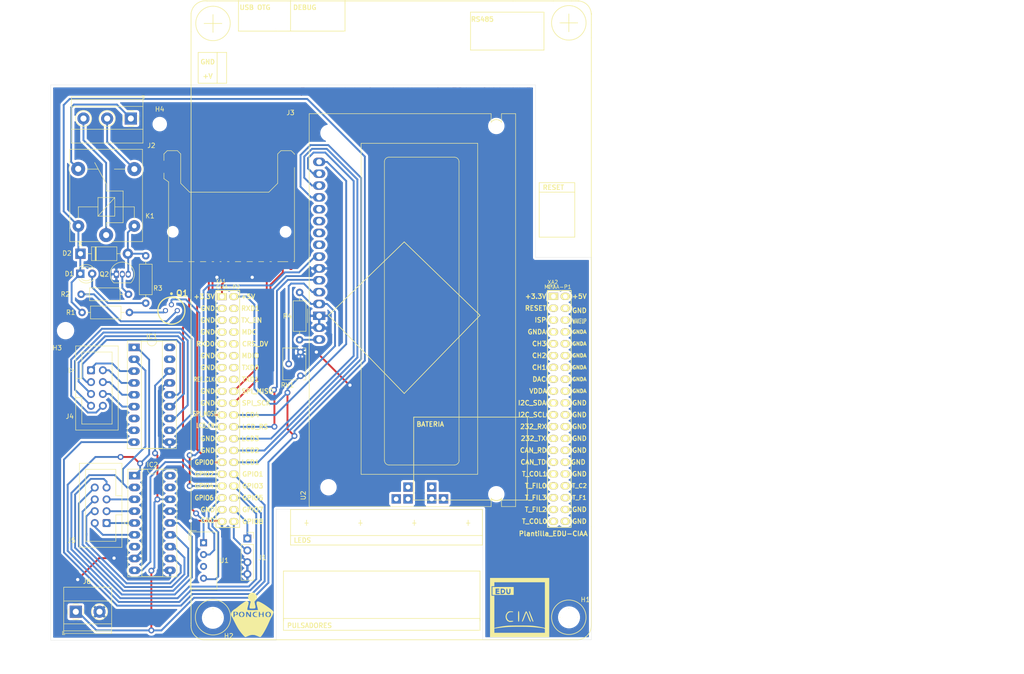
<source format=kicad_pcb>
(kicad_pcb (version 20171130) (host pcbnew "(5.1.6)-1")
  (title_block (title "Poncho interfaz de usuario") (date 2020-09-28) (rev 01) (company "TF CESE - Bertinat") (comment 1 "Copyright  INIA - Licencia BSD") (comment 2 "Revisor: Sarche, Brengi ") (comment 3 "Autor: Sofía Bertinat") (comment 4 "DOCUMENTO ID:  CESE - PONCHO- R01"))
  (layers (0 F.Cu signal) (31 B.Cu signal) (34 B.Paste user) (35 F.Paste user) (36 B.SilkS user) (37 F.SilkS user) (38 B.Mask user) (39 F.Mask user) (44 Edge.Cuts user))
  (net 0 "")
  (net 1 "Net-(D1-Pad2)")
  (net 2 +5V)
  (net 3 "Net-(D2-Pad2)")
  (net 4 GND)
  (net 5 /s03)
  (net 6 /s02)
  (net 7 /s01)
  (net 8 /s00)
  (net 9 "Net-(IC1-Pad7)")
  (net 10 /s07)
  (net 11 /s06)
  (net 12 /s05)
  (net 13 /s04)
  (net 14 /s11)
  (net 15 /s10)
  (net 16 /s09)
  (net 17 /s08)
  (net 18 "Net-(IC2-Pad7)")
  (net 19 /s15)
  (net 20 /s14)
  (net 21 /s13)
  (net 22 /s12)
  (net 23 "Net-(J1-Pad2)")
  (net 24 "Net-(J1-Pad1)")
  (net 25 /SPI_MISO)
  (net 26 /SPI_CLK)
  (net 27 +3.3V)
  (net 28 /SPI_MOSI)
  (net 29 "Net-(Q1-Pad3)")
  (net 30 "Net-(Q1-Pad2)")
  (net 31 "Net-(Q2-Pad2)")
  (net 32 "Net-(RV1-Pad2)")
  (net 33 "Net-(U1-Pad3)")
  (net 34 /lcd4)
  (net 35 "Net-(U2-Pad13)")
  (net 36 "Net-(U2-Pad12)")
  (net 37 "Net-(U2-Pad11)")
  (net 38 "Net-(U2-Pad10)")
  (net 39 "Net-(U2-Pad9)")
  (net 40 "Net-(U2-Pad8)")
  (net 41 "Net-(U2-Pad7)")
  (net 42 /lcdEN)
  (net 43 "Net-(U2-Pad4)")
  (net 44 "Net-(XA1-Pad56)")
  (net 45 "Net-(XA1-Pad55)")
  (net 46 "Net-(XA1-Pad54)")
  (net 47 "Net-(XA1-Pad52)")
  (net 48 "Net-(XA1-Pad50)")
  (net 49 "Net-(XA1-Pad49)")
  (net 50 "Net-(XA1-Pad48)")
  (net 51 "Net-(XA1-Pad46)")
  (net 52 "Net-(XA1-Pad44)")
  (net 53 "Net-(J2-Pad3)")
  (net 54 "Net-(J2-Pad2)")
  (net 55 "Net-(J2-Pad1)")
  (net 56 "Net-(J3-Pad12)")
  (net 57 "Net-(J3-Pad13)")
  (net 58 "Net-(J3-Pad11)")
  (net 59 "Net-(J3-Pad8)")
  (net 60 "Net-(J3-Pad10)")
  (net 61 "Net-(J3-Pad9)")
  (net 62 "Net-(R4-Pad1)")
  (net 63 "Net-(XA1-Pad67)")
  (net 64 "Net-(XA1-Pad65)")
  (net 65 "Net-(XA1-Pad59)")
  (net 66 "Net-(XA1-Pad57)")
  (net 67 "Net-(XA1-Pad53)")
  (net 68 "Net-(XA1-Pad51)")
  (net 69 "Net-(XA1-Pad47)")
  (net 70 "Net-(XA1-Pad45)")
  (net 71 /out1)
  (net 72 /clk)
  (net 73 /load)
  (net 74 /out2)
  (net 75 /sd)
  (net 76 /rele)
  (net 77 GND1)
  (net 78 /dht11)
  (net 79 "Net-(XA2-Pad30)")
  (net 80 "Net-(XA2-Pad40)")
  (net 81 "Net-(XA2-Pad39)")
  (net 82 "Net-(XA2-Pad9)")
  (net 83 "Net-(XA2-Pad7)")
  (net 84 "Net-(XA2-Pad5)")
  (net 85 "Net-(XA2-Pad3)")
  (net 86 "Net-(XA2-Pad37)")
  (net 87 "Net-(XA2-Pad35)")
  (net 88 "Net-(XA2-Pad36)")
  (net 89 "Net-(XA2-Pad34)")
  (net 90 "Net-(XA2-Pad32)")
  (net 91 "Net-(XA2-Pad28)")
  (net 92 "Net-(XA2-Pad33)")
  (net 93 "Net-(XA2-Pad26)")
  (net 94 "Net-(XA2-Pad24)")
  (net 95 "Net-(XA2-Pad31)")
  (net 96 "Net-(XA2-Pad22)")
  (net 97 "Net-(XA2-Pad29)")
  (net 98 "Net-(XA2-Pad20)")
  (net 99 "Net-(XA2-Pad27)")
  (net 100 "Net-(XA2-Pad18)")
  (net 101 "Net-(XA2-Pad25)")
  (net 102 "Net-(XA2-Pad16)")
  (net 103 "Net-(XA2-Pad23)")
  (net 104 "Net-(XA2-Pad14)")
  (net 105 "Net-(XA2-Pad21)")
  (net 106 "Net-(XA2-Pad12)")
  (net 107 "Net-(XA2-Pad19)")
  (net 108 "Net-(XA2-Pad10)")
  (net 109 "Net-(XA2-Pad17)")
  (net 110 "Net-(XA2-Pad8)")
  (net 111 "Net-(XA2-Pad15)")
  (net 112 "Net-(XA2-Pad6)")
  (net 113 "Net-(XA2-Pad13)")
  (net 114 "Net-(XA2-Pad4)")
  (net 115 "Net-(XA2-Pad11)")
  (net 116 "Net-(XA2-Pad2)")
  (net 117 "Net-(XA2-Pad1)")
  (module MountingHole:MountingHole_3.7mm (layer F.Cu) (at 63.9 169.7)
    (fp_text reference H2 (at 3.4 3.9) (layer F.SilkS))
    (fp_text value MountingHole)
    (pad 1 np_thru_hole circle (at 0 0) (size 3.7 3.7) (drill 3.7) (layers *.Cu *.Mask))
  )
  (module MountingHole:MountingHole_3.7mm (layer F.Cu) (at 140.3 169.6)
    (fp_text reference H1 (at 3.5 -3.8) (layer F.SilkS))
    (fp_text value MountingHole)
    (pad 1 np_thru_hole circle (at 0 0) (size 3.7 3.7) (drill 3.7) (layers *.Cu *.Mask))
  )
  (module MountingHole:MountingHole_2.1mm (layer F.Cu) (at 52.5 63.8)
    (fp_text reference H4 (at 0 -3.2) (layer F.SilkS))
    (fp_text value MountingHole)
    (pad "" np_thru_hole circle (at 0 0) (size 2.1 2.1) (drill 2.1) (layers *.Cu *.Mask))
  )
  (module MountingHole:MountingHole_2.7mm (layer F.Cu) (at 32.3 108.1)
    (fp_text reference H3 (at -1.8 3.7) (layer F.SilkS))
    (fp_text value MountingHole)
    (pad 1 np_thru_hole circle (at 0 0) (size 2.7 2.7) (drill 2.7) (layers *.Cu *.Mask))
  )
  (module Poncho_Esqueleto:Logo_Poncho (layer F.Cu) (at 72.3 169.1)
    (fp_text reference G*** hide)
    (fp_text value LOGO hide)
  )
  (module Poncho_Esqueleto:Logo_EDU-CIAA (layer F.Cu) (at 129.7 167.5)
    (fp_text reference G*** hide)
    (fp_text value Logo_EDU-CIAA hide)
  )
  (module Poncho_Esqueleto:Plantilla_EDU-CIAA (layer F.Cu) (at 136.95 100.75)
    (fp_text reference MP? (at -0.762 -2.032) (layer F.SilkS) (effects (font (size 0.8 0.8) (thickness 0.12))))
    (fp_text value Plantilla_EDU-CIAA (at -0.03 50.9) (layer F.SilkS) (effects (font (size 1.016 1.016) (thickness 0.2032))))
    (fp_text user PULSADORES (at -52.324 70.612) (layer F.SilkS) (effects (font (thickness 0.2))))
    (fp_text user LEDS (at -53.848 52.324) (layer F.SilkS) (effects (font (thickness 0.2))))
    (fp_text user BATERIA (at -26.416 27.432) (layer F.SilkS) (effects (font (thickness 0.2))))
    (fp_text user RESET (at 0 -23.368) (layer F.SilkS) (effects (font (thickness 0.2))))
    (fp_text user RS485 (at -15.24 -59.436) (layer F.SilkS) (effects (font (thickness 0.2))))
    (fp_text user "USB OTG" (at -64.008 -61.976) (layer F.SilkS) (effects (font (thickness 0.2))))
    (fp_text user DEBUG (at -53.34 -61.976) (layer F.SilkS) (effects (font (thickness 0.2))))
    (fp_text user +V (at -74.168 -47.244) (layer F.SilkS) (effects (font (thickness 0.2))))
    (fp_text user GND (at -74.168 -50.292) (layer F.SilkS) (effects (font (thickness 0.2))))
  )
  (module Connector_IDC:IDC-Header_2x04_P2.54mm_Vertical (layer F.Cu) (at 41.1 149.38 180)
    (fp_text reference J5 (at 7.5 -3.72) (layer F.SilkS))
    (fp_text value Conn_01x08)
    (pad 8 thru_hole circle (at 2.54 7.62 180) (size 1.7 1.7) (drill 1) (layers *.Cu *.Mask) (net 15 /s10))
    (pad 6 thru_hole circle (at 2.54 5.08 180) (size 1.7 1.7) (drill 1) (layers *.Cu *.Mask) (net 16 /s09))
    (pad 4 thru_hole circle (at 2.54 2.54 180) (size 1.7 1.7) (drill 1) (layers *.Cu *.Mask) (net 17 /s08))
    (pad 2 thru_hole circle (at 2.54 0 180) (size 1.7 1.7) (drill 1) (layers *.Cu *.Mask) (net 19 /s15))
    (pad 7 thru_hole circle (at 0 7.62 180) (size 1.7 1.7) (drill 1) (layers *.Cu *.Mask) (net 14 /s11))
    (pad 5 thru_hole circle (at 0 5.08 180) (size 1.7 1.7) (drill 1) (layers *.Cu *.Mask) (net 22 /s12))
    (pad 3 thru_hole circle (at 0 2.54 180) (size 1.7 1.7) (drill 1) (layers *.Cu *.Mask) (net 21 /s13))
    (pad 1 thru_hole roundrect (at 0 0 180) (size 1.7 1.7) (drill 1) (layers *.Cu *.Mask) (roundrect_rratio 0.147059) (net 20 /s14))
  )
  (module Poncho_Esqueleto:Conn_Poncho_Derecha (layer F.Cu) (at 136.95 100.75)
    (fp_text reference XA2 (at -0.127 -3.048) (layer F.SilkS) (effects (font (size 0.8 0.8) (thickness 0.12))))
    (fp_text value Conn_Poncho2P_2x_20x2 hide)
    (fp_text user +3.3V (at -3.81 0) (layer F.SilkS) (effects (font (thickness 0.2))))
    (fp_text user CIAA-P1 (at 1.27 -2.032) (layer F.SilkS) (effects (font (size 0.8 0.8) (thickness 0.12))))
    (fp_text user RESET (at -3.81 2.54) (layer F.SilkS) (effects (font (thickness 0.2))))
    (fp_text user ISP (at -2.794 5.08) (layer F.SilkS) (effects (font (thickness 0.2))))
    (fp_text user GNDA (at -3.556 7.62) (layer F.SilkS) (effects (font (thickness 0.2))))
    (fp_text user CH3 (at -3.048 10.16) (layer F.SilkS) (effects (font (thickness 0.2))))
    (fp_text user CH2 (at -3.048 12.7) (layer F.SilkS) (effects (font (thickness 0.2))))
    (fp_text user CH1 (at -3.048 15.24) (layer F.SilkS) (effects (font (thickness 0.2))))
    (fp_text user DAC (at -3.048 17.78) (layer F.SilkS) (effects (font (thickness 0.2))))
    (fp_text user VDDA (at -3.302 20.32) (layer F.SilkS) (effects (font (thickness 0.2))))
    (fp_text user I2C_SDA (at -4.572 22.86) (layer F.SilkS) (effects (font (thickness 0.2))))
    (fp_text user I2C_SCL (at -4.572 25.4) (layer F.SilkS) (effects (font (thickness 0.2))))
    (fp_text user 232_RX (at -4.318 27.94) (layer F.SilkS) (effects (font (thickness 0.2))))
    (fp_text user 232_TX (at -4.318 30.48) (layer F.SilkS) (effects (font (thickness 0.2))))
    (fp_text user CAN_RD (at -4.318 33.02) (layer F.SilkS) (effects (font (thickness 0.2))))
    (fp_text user CAN_TD (at -4.318 35.56) (layer F.SilkS) (effects (font (thickness 0.2))))
    (fp_text user T_COL1 (at -4.064 38.1) (layer F.SilkS) (effects (font (thickness 0.2))))
    (fp_text user T_FIL0 (at -3.81 40.64) (layer F.SilkS) (effects (font (thickness 0.2))))
    (fp_text user T_FIL3 (at -3.81 43.18) (layer F.SilkS) (effects (font (thickness 0.2))))
    (fp_text user T_FIL2 (at -3.81 45.72) (layer F.SilkS) (effects (font (thickness 0.2))))
    (fp_text user T_COL0 (at -4.064 48.26) (layer F.SilkS) (effects (font (thickness 0.2))))
    (fp_text user +5V (at 5.588 0) (layer F.SilkS) (effects (font (thickness 0.2))))
    (fp_text user GND (at 5.588 3.048) (layer F.SilkS) (effects (font (thickness 0.2))))
    (fp_text user WAKEUP (at 5.588 5.334) (layer F.SilkS) (effects (font (size 1 0.5) (thickness 0.125))))
    (fp_text user GNDA (at 5.588 7.62) (layer F.SilkS) (effects (font (size 0.76 0.76) (thickness 0.19))))
    (fp_text user GNDA (at 5.588 10.16) (layer F.SilkS) (effects (font (size 0.76 0.76) (thickness 0.19))))
    (fp_text user GNDA (at 5.588 12.7) (layer F.SilkS) (effects (font (size 0.76 0.76) (thickness 0.19))))
    (fp_text user GNDA (at 5.588 15.24) (layer F.SilkS) (effects (font (size 0.76 0.76) (thickness 0.19))))
    (fp_text user GNDA (at 5.588 17.78) (layer F.SilkS) (effects (font (size 0.76 0.76) (thickness 0.19))))
    (fp_text user GNDA (at 5.588 20.32) (layer F.SilkS) (effects (font (size 0.76 0.76) (thickness 0.19))))
    (fp_text user GND (at 5.588 22.86) (layer F.SilkS) (effects (font (thickness 0.2))))
    (fp_text user GND (at 5.588 25.4) (layer F.SilkS) (effects (font (thickness 0.2))))
    (fp_text user GND (at 5.588 27.94) (layer F.SilkS) (effects (font (thickness 0.2))))
    (fp_text user GND (at 5.588 30.48) (layer F.SilkS) (effects (font (thickness 0.2))))
    (fp_text user GND (at 5.588 33.02) (layer F.SilkS) (effects (font (thickness 0.2))))
    (fp_text user GND (at 5.334 35.56) (layer F.SilkS) (effects (font (thickness 0.2))))
    (fp_text user GND (at 5.588 38.1) (layer F.SilkS) (effects (font (thickness 0.2))))
    (fp_text user T_C2 (at 5.588 40.64) (layer F.SilkS) (effects (font (size 0.9 0.9) (thickness 0.18))))
    (fp_text user T_F1 (at 5.588 43.18) (layer F.SilkS) (effects (font (size 0.9 0.9) (thickness 0.18))))
    (fp_text user GND (at 5.588 45.72) (layer F.SilkS) (effects (font (thickness 0.2))))
    (fp_text user GND (at 5.588 48.26) (layer F.SilkS) (effects (font (thickness 0.2))))
    (pad 30 thru_hole oval (at 2.54 35.56 270) (size 1.524 2) (drill 1.016) (layers *.Cu *.Mask F.SilkS) (net 79 "Net-(XA2-Pad30)"))
    (pad 40 thru_hole oval (at 2.54 48.26 270) (size 1.524 2) (drill 1.016) (layers *.Cu *.Mask F.SilkS) (net 80 "Net-(XA2-Pad40)"))
    (pad 39 thru_hole oval (at 0 48.26 270) (size 1.524 2) (drill 1.016) (layers *.Cu *.Mask F.SilkS) (net 81 "Net-(XA2-Pad39)"))
    (pad 9 thru_hole oval (at 0 10.16 270) (size 1.524 2) (drill 1.016) (layers *.Cu *.Mask F.SilkS) (net 82 "Net-(XA2-Pad9)"))
    (pad 7 thru_hole oval (at 0 7.62 270) (size 1.524 2) (drill 1.016) (layers *.Cu *.Mask F.SilkS) (net 83 "Net-(XA2-Pad7)"))
    (pad 5 thru_hole oval (at 0 5.08 270) (size 1.524 2) (drill 1.016) (layers *.Cu *.Mask F.SilkS) (net 84 "Net-(XA2-Pad5)"))
    (pad 3 thru_hole oval (at 0 2.54 270) (size 1.524 2) (drill 1.016) (layers *.Cu *.Mask F.SilkS) (net 85 "Net-(XA2-Pad3)"))
    (pad 37 thru_hole oval (at 0 45.72 270) (size 1.524 2) (drill 1.016) (layers *.Cu *.Mask F.SilkS) (net 86 "Net-(XA2-Pad37)"))
    (pad 35 thru_hole oval (at 0 43.18 270) (size 1.524 2) (drill 1.016) (layers *.Cu *.Mask F.SilkS) (net 87 "Net-(XA2-Pad35)"))
    (pad 38 thru_hole oval (at 2.54 45.72 270) (size 1.524 2) (drill 1.016) (layers *.Cu *.Mask F.SilkS) (net 4 GND))
    (pad 36 thru_hole oval (at 2.54 43.18 270) (size 1.524 2) (drill 1.016) (layers *.Cu *.Mask F.SilkS) (net 88 "Net-(XA2-Pad36)"))
    (pad 34 thru_hole oval (at 2.54 40.64 270) (size 1.524 2) (drill 1.016) (layers *.Cu *.Mask F.SilkS) (net 89 "Net-(XA2-Pad34)"))
    (pad 32 thru_hole oval (at 2.54 38.1 270) (size 1.524 2) (drill 1.016) (layers *.Cu *.Mask F.SilkS) (net 90 "Net-(XA2-Pad32)"))
    (pad 28 thru_hole oval (at 2.54 33.02 270) (size 1.524 2) (drill 1.016) (layers *.Cu *.Mask F.SilkS) (net 91 "Net-(XA2-Pad28)"))
    (pad 33 thru_hole oval (at 0 40.64 270) (size 1.524 2) (drill 1.016) (layers *.Cu *.Mask F.SilkS) (net 92 "Net-(XA2-Pad33)"))
    (pad 26 thru_hole oval (at 2.54 30.48 270) (size 1.524 2) (drill 1.016) (layers *.Cu *.Mask F.SilkS) (net 93 "Net-(XA2-Pad26)"))
    (pad 24 thru_hole oval (at 2.54 27.94 270) (size 1.524 2) (drill 1.016) (layers *.Cu *.Mask F.SilkS) (net 94 "Net-(XA2-Pad24)"))
    (pad 31 thru_hole oval (at 0 38.1 270) (size 1.524 2) (drill 1.016) (layers *.Cu *.Mask F.SilkS) (net 95 "Net-(XA2-Pad31)"))
    (pad 22 thru_hole oval (at 2.54 25.4 270) (size 1.524 2) (drill 1.016) (layers *.Cu *.Mask F.SilkS) (net 96 "Net-(XA2-Pad22)"))
    (pad 29 thru_hole oval (at 0 35.56 270) (size 1.524 2) (drill 1.016) (layers *.Cu *.Mask F.SilkS) (net 97 "Net-(XA2-Pad29)"))
    (pad 20 thru_hole oval (at 2.54 22.86 270) (size 1.524 2) (drill 1.016) (layers *.Cu *.Mask F.SilkS) (net 98 "Net-(XA2-Pad20)"))
    (pad 27 thru_hole oval (at 0 33.02 270) (size 1.524 2) (drill 1.016) (layers *.Cu *.Mask F.SilkS) (net 99 "Net-(XA2-Pad27)"))
    (pad 18 thru_hole oval (at 2.54 20.32 270) (size 1.524 2) (drill 1.016) (layers *.Cu *.Mask F.SilkS) (net 100 "Net-(XA2-Pad18)"))
    (pad 25 thru_hole oval (at 0 30.48 270) (size 1.524 2) (drill 1.016) (layers *.Cu *.Mask F.SilkS) (net 101 "Net-(XA2-Pad25)"))
    (pad 16 thru_hole oval (at 2.54 17.78 270) (size 1.524 2) (drill 1.016) (layers *.Cu *.Mask F.SilkS) (net 102 "Net-(XA2-Pad16)"))
    (pad 23 thru_hole oval (at 0 27.94 270) (size 1.524 2) (drill 1.016) (layers *.Cu *.Mask F.SilkS) (net 103 "Net-(XA2-Pad23)"))
    (pad 14 thru_hole oval (at 2.54 15.24 270) (size 1.524 2) (drill 1.016) (layers *.Cu *.Mask F.SilkS) (net 104 "Net-(XA2-Pad14)"))
    (pad 21 thru_hole oval (at 0 25.4 270) (size 1.524 2) (drill 1.016) (layers *.Cu *.Mask F.SilkS) (net 105 "Net-(XA2-Pad21)"))
    (pad 12 thru_hole oval (at 2.54 12.7 270) (size 1.524 2) (drill 1.016) (layers *.Cu *.Mask F.SilkS) (net 106 "Net-(XA2-Pad12)"))
    (pad 19 thru_hole oval (at 0 22.86 270) (size 1.524 2) (drill 1.016) (layers *.Cu *.Mask F.SilkS) (net 107 "Net-(XA2-Pad19)"))
    (pad 10 thru_hole oval (at 2.54 10.16 270) (size 1.524 2) (drill 1.016) (layers *.Cu *.Mask F.SilkS) (net 108 "Net-(XA2-Pad10)"))
    (pad 17 thru_hole oval (at 0 20.32 270) (size 1.524 2) (drill 1.016) (layers *.Cu *.Mask F.SilkS) (net 109 "Net-(XA2-Pad17)"))
    (pad 8 thru_hole oval (at 2.54 7.62 270) (size 1.524 2) (drill 1.016) (layers *.Cu *.Mask F.SilkS) (net 110 "Net-(XA2-Pad8)"))
    (pad 15 thru_hole oval (at 0 17.78 270) (size 1.524 2) (drill 1.016) (layers *.Cu *.Mask F.SilkS) (net 111 "Net-(XA2-Pad15)"))
    (pad 6 thru_hole oval (at 2.54 5.08 270) (size 1.524 2) (drill 1.016) (layers *.Cu *.Mask F.SilkS) (net 112 "Net-(XA2-Pad6)"))
    (pad 13 thru_hole oval (at 0 15.24 270) (size 1.524 2) (drill 1.016) (layers *.Cu *.Mask F.SilkS) (net 113 "Net-(XA2-Pad13)"))
    (pad 4 thru_hole oval (at 2.54 2.54 270) (size 1.524 2) (drill 1.016) (layers *.Cu *.Mask F.SilkS) (net 114 "Net-(XA2-Pad4)"))
    (pad 11 thru_hole oval (at 0 12.7 270) (size 1.524 2) (drill 1.016) (layers *.Cu *.Mask F.SilkS) (net 115 "Net-(XA2-Pad11)"))
    (pad 2 thru_hole oval (at 2.54 0 270) (size 1.524 2) (drill 1.016) (layers *.Cu *.Mask F.SilkS) (net 116 "Net-(XA2-Pad2)"))
    (pad 1 thru_hole rect (at 0 0 270) (size 1.524 2) (drill 1.016) (layers *.Cu *.Mask F.SilkS) (net 117 "Net-(XA2-Pad1)"))
  )
  (module Package_DIP:DIP-18_W7.62mm_Socket_LongPads (layer F.Cu) (at 47.1 139.2)
    (fp_text reference IC2 (at 3.81 -2.33) (layer F.SilkS))
    (fp_text value SN74HC165N)
    (pad 18 thru_hole oval (at 7.62 0) (size 2.4 1.6) (drill 0.8) (layers *.Cu *.Mask))
    (pad 9 thru_hole oval (at 0 20.32) (size 2.4 1.6) (drill 0.8) (layers *.Cu *.Mask) (net 74 /out2))
    (pad 17 thru_hole oval (at 7.62 2.54) (size 2.4 1.6) (drill 0.8) (layers *.Cu *.Mask))
    (pad 8 thru_hole oval (at 0 17.78) (size 2.4 1.6) (drill 0.8) (layers *.Cu *.Mask) (net 4 GND))
    (pad 16 thru_hole oval (at 7.62 5.08) (size 2.4 1.6) (drill 0.8) (layers *.Cu *.Mask) (net 2 +5V))
    (pad 7 thru_hole oval (at 0 15.24) (size 2.4 1.6) (drill 0.8) (layers *.Cu *.Mask) (net 18 "Net-(IC2-Pad7)"))
    (pad 15 thru_hole oval (at 7.62 7.62) (size 2.4 1.6) (drill 0.8) (layers *.Cu *.Mask) (net 4 GND))
    (pad 6 thru_hole oval (at 0 12.7) (size 2.4 1.6) (drill 0.8) (layers *.Cu *.Mask) (net 19 /s15))
    (pad 14 thru_hole oval (at 7.62 10.16) (size 2.4 1.6) (drill 0.8) (layers *.Cu *.Mask) (net 14 /s11))
    (pad 5 thru_hole oval (at 0 10.16) (size 2.4 1.6) (drill 0.8) (layers *.Cu *.Mask) (net 20 /s14))
    (pad 13 thru_hole oval (at 7.62 12.7) (size 2.4 1.6) (drill 0.8) (layers *.Cu *.Mask) (net 15 /s10))
    (pad 4 thru_hole oval (at 0 7.62) (size 2.4 1.6) (drill 0.8) (layers *.Cu *.Mask) (net 21 /s13))
    (pad 12 thru_hole oval (at 7.62 15.24) (size 2.4 1.6) (drill 0.8) (layers *.Cu *.Mask) (net 16 /s09))
    (pad 3 thru_hole oval (at 0 5.08) (size 2.4 1.6) (drill 0.8) (layers *.Cu *.Mask) (net 22 /s12))
    (pad 11 thru_hole oval (at 7.62 17.78) (size 2.4 1.6) (drill 0.8) (layers *.Cu *.Mask) (net 17 /s08))
    (pad 2 thru_hole oval (at 0 2.54) (size 2.4 1.6) (drill 0.8) (layers *.Cu *.Mask) (net 72 /clk))
    (pad 10 thru_hole oval (at 7.62 20.32) (size 2.4 1.6) (drill 0.8) (layers *.Cu *.Mask) (net 4 GND))
    (pad 1 thru_hole rect (at 0 0) (size 2.4 1.6) (drill 0.8) (layers *.Cu *.Mask) (net 73 /load))
  )
  (module Package_DIP:DIP-18_W7.62mm_Socket_LongPads (layer F.Cu) (at 47 111.7)
    (fp_text reference IC1 (at 3.81 -2.33) (layer F.SilkS))
    (fp_text value SN74HC165N)
    (pad 18 thru_hole oval (at 7.62 0) (size 2.4 1.6) (drill 0.8) (layers *.Cu *.Mask))
    (pad 9 thru_hole oval (at 0 20.32) (size 2.4 1.6) (drill 0.8) (layers *.Cu *.Mask) (net 71 /out1))
    (pad 17 thru_hole oval (at 7.62 2.54) (size 2.4 1.6) (drill 0.8) (layers *.Cu *.Mask))
    (pad 8 thru_hole oval (at 0 17.78) (size 2.4 1.6) (drill 0.8) (layers *.Cu *.Mask) (net 4 GND))
    (pad 16 thru_hole oval (at 7.62 5.08) (size 2.4 1.6) (drill 0.8) (layers *.Cu *.Mask) (net 2 +5V))
    (pad 7 thru_hole oval (at 0 15.24) (size 2.4 1.6) (drill 0.8) (layers *.Cu *.Mask) (net 9 "Net-(IC1-Pad7)"))
    (pad 15 thru_hole oval (at 7.62 7.62) (size 2.4 1.6) (drill 0.8) (layers *.Cu *.Mask) (net 4 GND))
    (pad 6 thru_hole oval (at 0 12.7) (size 2.4 1.6) (drill 0.8) (layers *.Cu *.Mask) (net 10 /s07))
    (pad 14 thru_hole oval (at 7.62 10.16) (size 2.4 1.6) (drill 0.8) (layers *.Cu *.Mask) (net 5 /s03))
    (pad 5 thru_hole oval (at 0 10.16) (size 2.4 1.6) (drill 0.8) (layers *.Cu *.Mask) (net 11 /s06))
    (pad 13 thru_hole oval (at 7.62 12.7) (size 2.4 1.6) (drill 0.8) (layers *.Cu *.Mask) (net 6 /s02))
    (pad 4 thru_hole oval (at 0 7.62) (size 2.4 1.6) (drill 0.8) (layers *.Cu *.Mask) (net 12 /s05))
    (pad 12 thru_hole oval (at 7.62 15.24) (size 2.4 1.6) (drill 0.8) (layers *.Cu *.Mask) (net 7 /s01))
    (pad 3 thru_hole oval (at 0 5.08) (size 2.4 1.6) (drill 0.8) (layers *.Cu *.Mask) (net 13 /s04))
    (pad 11 thru_hole oval (at 7.62 17.78) (size 2.4 1.6) (drill 0.8) (layers *.Cu *.Mask) (net 8 /s00))
    (pad 2 thru_hole oval (at 0 2.54) (size 2.4 1.6) (drill 0.8) (layers *.Cu *.Mask) (net 72 /clk))
    (pad 10 thru_hole oval (at 7.62 20.32) (size 2.4 1.6) (drill 0.8) (layers *.Cu *.Mask) (net 4 GND))
    (pad 1 thru_hole rect (at 0 0) (size 2.4 1.6) (drill 0.8) (layers *.Cu *.Mask) (net 73 /load))
  )
  (module TerminalBlock_Phoenix:TerminalBlock_Phoenix_MKDS-1,5-2-5.08_1x02_P5.08mm_Horizontal (layer F.Cu) (at 34.5 168.4)
    (fp_text reference J6 (at 2.38 -6.5) (layer F.SilkS))
    (fp_text value Conn_01x02)
    (pad 2 thru_hole circle (at 5.08 0) (size 2.6 2.6) (drill 1.3) (layers *.Cu *.Mask) (net 4 GND))
    (pad 1 thru_hole rect (at 0 0) (size 2.6 2.6) (drill 1.3) (layers *.Cu *.Mask) (net 2 +5V))
  )
  (module Poncho_Esqueleto:Conn_Poncho_Izquierdo (layer F.Cu) (at 65.85 100.79)
    (fp_text reference XA1 (at -0.254 -3.302) (layer F.SilkS) (effects (font (size 0.8 0.8) (thickness 0.12))))
    (fp_text value Conn_PonchoMP_2x_20x2 hide)
    (fp_text user CIAA-P2 (at 1.27 -2.032) (layer F.SilkS) (effects (font (size 0.8 0.8) (thickness 0.12))))
    (fp_text user +3.3V (at -3.81 0) (layer F.SilkS) (effects (font (thickness 0.2))))
    (fp_text user GND (at -3.048 2.54) (layer F.SilkS) (effects (font (thickness 0.2))))
    (fp_text user GND (at -3.048 5.08) (layer F.SilkS) (effects (font (thickness 0.2))))
    (fp_text user RXD0 (at -3.556 10.16) (layer F.SilkS) (effects (font (thickness 0.2))))
    (fp_text user GND (at -3.048 7.62) (layer F.SilkS) (effects (font (thickness 0.2))))
    (fp_text user GND (at -3.048 12.7) (layer F.SilkS) (effects (font (thickness 0.2))))
    (fp_text user GND (at -3.048 15.24) (layer F.SilkS) (effects (font (thickness 0.2))))
    (fp_text user REF_CLK (at -3.81 17.78) (layer F.SilkS) (effects (font (size 0.9 0.7) (thickness 0.175))))
    (fp_text user GND (at -3.048 20.32) (layer F.SilkS) (effects (font (thickness 0.2))))
    (fp_text user GND (at -3.048 22.86) (layer F.SilkS) (effects (font (thickness 0.2))))
    (fp_text user SPI_MOSI (at -3.81 25.146) (layer F.SilkS) (effects (font (size 1 0.7) (thickness 0.17))))
    (fp_text user LCD_EN (at -3.556 27.686) (layer F.SilkS) (effects (font (size 1 0.7) (thickness 0.17))))
    (fp_text user GND (at -3.048 30.48) (layer F.SilkS) (effects (font (thickness 0.2))))
    (fp_text user GND (at -3.048 33.02) (layer F.SilkS) (effects (font (thickness 0.2))))
    (fp_text user GPIO0 (at -3.81 35.56) (layer F.SilkS) (effects (font (size 1 0.9) (thickness 0.2))))
    (fp_text user GPIO2 (at -3.81 38.1) (layer F.SilkS) (effects (font (size 1 0.9) (thickness 0.2))))
    (fp_text user GPIO4 (at -3.81 40.64) (layer F.SilkS) (effects (font (size 1 0.9) (thickness 0.2))))
    (fp_text user GPIO6 (at -3.81 43.18) (layer F.SilkS) (effects (font (size 1 0.9) (thickness 0.2))))
    (fp_text user GND (at -3.048 45.72) (layer F.SilkS) (effects (font (thickness 0.2))))
    (fp_text user GND (at -3.048 48.006) (layer F.SilkS) (effects (font (thickness 0.2))))
    (fp_text user +5V (at 5.588 0) (layer F.SilkS) (effects (font (thickness 0.2))))
    (fp_text user RXD1 (at 6.096 2.54) (layer F.SilkS) (effects (font (thickness 0.2))))
    (fp_text user TX_EN (at 6.35 5.08) (layer F.SilkS) (effects (font (thickness 0.2))))
    (fp_text user MDC (at 5.842 7.62) (layer F.SilkS) (effects (font (thickness 0.2))))
    (fp_text user CRS_DV (at 7.112 10.16) (layer F.SilkS) (effects (font (thickness 0.2))))
    (fp_text user MDIO (at 6.096 12.7) (layer F.SilkS) (effects (font (thickness 0.2))))
    (fp_text user TXD0 (at 6.096 15.24) (layer F.SilkS) (effects (font (thickness 0.2))))
    (fp_text user TXD1 (at 6.096 17.78) (layer F.SilkS) (effects (font (thickness 0.2))))
    (fp_text user SPI_MISO (at 7.62 20.32) (layer F.SilkS) (effects (font (thickness 0.2))))
    (fp_text user SPI_SCK (at 7.366 22.86) (layer F.SilkS) (effects (font (thickness 0.2))))
    (fp_text user LCD4 (at 6.096 25.4) (layer F.SilkS) (effects (font (thickness 0.2))))
    (fp_text user LCD_RS (at 7.112 27.94) (layer F.SilkS) (effects (font (thickness 0.2))))
    (fp_text user LCD3 (at 6.096 30.48) (layer F.SilkS) (effects (font (thickness 0.2))))
    (fp_text user LCD2 (at 6.096 33.02) (layer F.SilkS) (effects (font (thickness 0.2))))
    (fp_text user LCD1 (at 6.096 35.56) (layer F.SilkS) (effects (font (thickness 0.2))))
    (fp_text user GPIO1 (at 6.604 38.1) (layer F.SilkS) (effects (font (thickness 0.2))))
    (fp_text user GPIO3 (at 6.604 40.64) (layer F.SilkS) (effects (font (thickness 0.2))))
    (fp_text user GPIO5 (at 6.604 43.18) (layer F.SilkS) (effects (font (thickness 0.2))))
    (fp_text user GPIO7 (at 6.604 45.72) (layer F.SilkS) (effects (font (thickness 0.2))))
    (fp_text user GPIO8 (at 6.604 48.26) (layer F.SilkS) (effects (font (thickness 0.2))))
    (pad 80 thru_hole oval (at 2.54 48.26 270) (size 1.524 2) (drill 1.016) (layers *.Cu *.Mask F.SilkS) (net 23 "Net-(J1-Pad2)"))
    (pad 79 thru_hole oval (at 0 48.26 270) (size 1.524 2) (drill 1.016) (layers *.Cu *.Mask F.SilkS) (net 4 GND))
    (pad 78 thru_hole oval (at 2.54 45.72 270) (size 1.524 2) (drill 1.016) (layers *.Cu *.Mask F.SilkS) (net 24 "Net-(J1-Pad1)"))
    (pad 77 thru_hole oval (at 0 45.72 270) (size 1.524 2) (drill 1.016) (layers *.Cu *.Mask F.SilkS) (net 77 GND1))
    (pad 76 thru_hole oval (at 2.54 43.18 270) (size 1.524 2) (drill 1.016) (layers *.Cu *.Mask F.SilkS) (net 72 /clk))
    (pad 75 thru_hole oval (at 0 43.18 270) (size 1.524 2) (drill 1.016) (layers *.Cu *.Mask F.SilkS) (net 78 /dht11))
    (pad 74 thru_hole oval (at 2.54 40.64 270) (size 1.524 2) (drill 1.016) (layers *.Cu *.Mask F.SilkS) (net 73 /load))
    (pad 73 thru_hole oval (at 0 40.64 270) (size 1.524 2) (drill 1.016) (layers *.Cu *.Mask F.SilkS) (net 76 /rele))
    (pad 72 thru_hole oval (at 2.54 38.1 270) (size 1.524 2) (drill 1.016) (layers *.Cu *.Mask F.SilkS) (net 71 /out1))
    (pad 71 thru_hole oval (at 0 38.1 270) (size 1.524 2) (drill 1.016) (layers *.Cu *.Mask F.SilkS) (net 74 /out2))
    (pad 70 thru_hole oval (at 2.54 35.56 270) (size 1.524 2) (drill 1.016) (layers *.Cu *.Mask F.SilkS) (net 37 "Net-(U2-Pad11)"))
    (pad 69 thru_hole oval (at 0 35.56 270) (size 1.524 2) (drill 1.016) (layers *.Cu *.Mask F.SilkS) (net 75 /sd))
    (pad 68 thru_hole oval (at 2.54 33.02 270) (size 1.524 2) (drill 1.016) (layers *.Cu *.Mask F.SilkS) (net 36 "Net-(U2-Pad12)"))
    (pad 67 thru_hole oval (at 0 33.02 270) (size 1.524 2) (drill 1.016) (layers *.Cu *.Mask F.SilkS) (net 63 "Net-(XA1-Pad67)"))
    (pad 66 thru_hole oval (at 2.54 30.48 270) (size 1.524 2) (drill 1.016) (layers *.Cu *.Mask F.SilkS) (net 35 "Net-(U2-Pad13)"))
    (pad 65 thru_hole oval (at 0 30.48 270) (size 1.524 2) (drill 1.016) (layers *.Cu *.Mask F.SilkS) (net 64 "Net-(XA1-Pad65)"))
    (pad 64 thru_hole oval (at 2.54 27.94 270) (size 1.524 2) (drill 1.016) (layers *.Cu *.Mask F.SilkS) (net 43 "Net-(U2-Pad4)"))
    (pad 63 thru_hole oval (at 0 27.94 270) (size 1.524 2) (drill 1.016) (layers *.Cu *.Mask F.SilkS) (net 42 /lcdEN))
    (pad 62 thru_hole oval (at 2.54 25.4 270) (size 1.524 2) (drill 1.016) (layers *.Cu *.Mask F.SilkS) (net 34 /lcd4))
    (pad 61 thru_hole oval (at 0 25.4 270) (size 1.524 2) (drill 1.016) (layers *.Cu *.Mask F.SilkS) (net 28 /SPI_MOSI))
    (pad 60 thru_hole oval (at 2.54 22.86 270) (size 1.524 2) (drill 1.016) (layers *.Cu *.Mask F.SilkS) (net 26 /SPI_CLK))
    (pad 59 thru_hole oval (at 0 22.86 270) (size 1.524 2) (drill 1.016) (layers *.Cu *.Mask F.SilkS) (net 65 "Net-(XA1-Pad59)"))
    (pad 58 thru_hole oval (at 2.54 20.32 270) (size 1.524 2) (drill 1.016) (layers *.Cu *.Mask F.SilkS) (net 25 /SPI_MISO))
    (pad 57 thru_hole oval (at 0 20.32 270) (size 1.524 2) (drill 1.016) (layers *.Cu *.Mask F.SilkS) (net 66 "Net-(XA1-Pad57)"))
    (pad 56 thru_hole oval (at 2.54 17.78 270) (size 1.524 2) (drill 1.016) (layers *.Cu *.Mask F.SilkS) (net 44 "Net-(XA1-Pad56)"))
    (pad 55 thru_hole oval (at 0 17.78 270) (size 1.524 2) (drill 1.016) (layers *.Cu *.Mask F.SilkS) (net 45 "Net-(XA1-Pad55)"))
    (pad 54 thru_hole oval (at 2.54 15.24 270) (size 1.524 2) (drill 1.016) (layers *.Cu *.Mask F.SilkS) (net 46 "Net-(XA1-Pad54)"))
    (pad 53 thru_hole oval (at 0 15.24 270) (size 1.524 2) (drill 1.016) (layers *.Cu *.Mask F.SilkS) (net 67 "Net-(XA1-Pad53)"))
    (pad 52 thru_hole oval (at 2.54 12.7 270) (size 1.524 2) (drill 1.016) (layers *.Cu *.Mask F.SilkS) (net 47 "Net-(XA1-Pad52)"))
    (pad 51 thru_hole oval (at 0 12.7 270) (size 1.524 2) (drill 1.016) (layers *.Cu *.Mask F.SilkS) (net 68 "Net-(XA1-Pad51)"))
    (pad 50 thru_hole oval (at 2.54 10.16 270) (size 1.524 2) (drill 1.016) (layers *.Cu *.Mask F.SilkS) (net 48 "Net-(XA1-Pad50)"))
    (pad 49 thru_hole oval (at 0 10.16 270) (size 1.524 2) (drill 1.016) (layers *.Cu *.Mask F.SilkS) (net 49 "Net-(XA1-Pad49)"))
    (pad 48 thru_hole oval (at 2.54 7.62 270) (size 1.524 2) (drill 1.016) (layers *.Cu *.Mask F.SilkS) (net 50 "Net-(XA1-Pad48)"))
    (pad 47 thru_hole oval (at 0 7.62 270) (size 1.524 2) (drill 1.016) (layers *.Cu *.Mask F.SilkS) (net 69 "Net-(XA1-Pad47)"))
    (pad 46 thru_hole oval (at 2.54 5.08 270) (size 1.524 2) (drill 1.016) (layers *.Cu *.Mask F.SilkS) (net 51 "Net-(XA1-Pad46)"))
    (pad 45 thru_hole oval (at 0 5.08 270) (size 1.524 2) (drill 1.016) (layers *.Cu *.Mask F.SilkS) (net 70 "Net-(XA1-Pad45)"))
    (pad 44 thru_hole oval (at 2.54 2.54 270) (size 1.524 2) (drill 1.016) (layers *.Cu *.Mask F.SilkS) (net 52 "Net-(XA1-Pad44)"))
    (pad 43 thru_hole oval (at 0 2.54 270) (size 1.524 2) (drill 1.016) (layers *.Cu *.Mask F.SilkS) (net 4 GND))
    (pad 42 thru_hole oval (at 2.54 0 270) (size 1.524 2) (drill 1.016) (layers *.Cu *.Mask F.SilkS) (net 2 +5V))
    (pad 41 thru_hole rect (at 0 0 270) (size 1.524 2) (drill 1.016) (layers *.Cu *.Mask F.SilkS) (net 27 +3.3V))
  )
  (module KiCad_2N222A:TO-18_4 (layer F.Cu) (at 55 103.8 90)
    (fp_text reference Q1 (at 3.7 2.3) (layer F.SilkS) (effects (font (size 1.27 1.27) (thickness 0.254))))
    (fp_text value 2N2222A hide)
    (pad 3 thru_hole circle (at 0 1.27 90) (size 1.1 1.1) (drill 0.68) (layers *.Cu *.Mask) (net 29 "Net-(Q1-Pad3)"))
    (pad 2 thru_hole circle (at 0 -1.27 90) (size 1.1 1.1) (drill 0.68) (layers *.Cu *.Mask) (net 30 "Net-(Q1-Pad2)"))
    (pad 1 thru_hole circle (at 1.27 0 90) (size 1.1 1.1) (drill 0.68) (layers *.Cu *.Mask) (net 76 /rele))
  )
  (module TerminalBlock_Phoenix:TerminalBlock_Phoenix_MKDS-1,5-3-5.08_1x03_P5.08mm_Horizontal (layer F.Cu) (at 46.3 62.6 180)
    (fp_text reference J2 (at -4.4 -5.8) (layer F.SilkS))
    (fp_text value Conn_01x03)
    (pad 3 thru_hole circle (at 10.16 0 180) (size 2.6 2.6) (drill 1.3) (layers *.Cu *.Mask) (net 53 "Net-(J2-Pad3)"))
    (pad 2 thru_hole circle (at 5.08 0 180) (size 2.6 2.6) (drill 1.3) (layers *.Cu *.Mask) (net 54 "Net-(J2-Pad2)"))
    (pad 1 thru_hole rect (at 0 0 180) (size 2.6 2.6) (drill 1.3) (layers *.Cu *.Mask) (net 55 "Net-(J2-Pad1)"))
  )
  (module Connector_PinSocket_2.54mm:PinSocket_1x04_P2.54mm_Vertical (layer F.Cu) (at 71.3 152.7)
    (fp_text reference J1 (at 3.2 4.1) (layer F.SilkS))
    (fp_text value Conn_01x04)
    (pad 4 thru_hole oval (at 0 7.62) (size 1.7 1.7) (drill 1) (layers *.Cu *.Mask) (net 4 GND))
    (pad 3 thru_hole oval (at 0 5.08) (size 1.7 1.7) (drill 1) (layers *.Cu *.Mask) (net 4 GND))
    (pad 2 thru_hole oval (at 0 2.54) (size 1.7 1.7) (drill 1) (layers *.Cu *.Mask) (net 23 "Net-(J1-Pad2)"))
    (pad 1 thru_hole rect (at 0 0) (size 1.7 1.7) (drill 1) (layers *.Cu *.Mask) (net 24 "Net-(J1-Pad1)"))
  )
  (module Resistor_THT:R_Axial_DIN0207_L6.3mm_D2.5mm_P10.16mm_Horizontal (layer F.Cu) (at 82.5 110.06 90)
    (fp_text reference R4 (at 5.06 -2.6) (layer F.SilkS))
    (fp_text value 1k)
    (pad 2 thru_hole oval (at 10.16 0 90) (size 1.6 1.6) (drill 0.8) (layers *.Cu *.Mask) (net 2 +5V))
    (pad 1 thru_hole circle (at 0 0 90) (size 1.6 1.6) (drill 0.8) (layers *.Cu *.Mask) (net 62 "Net-(R4-Pad1)"))
  )
  (module Resistor_THT:R_Axial_DIN0207_L6.3mm_D2.5mm_P10.16mm_Horizontal (layer F.Cu) (at 49.5 102.2 90)
    (fp_text reference R3 (at 3.2 2.6) (layer F.SilkS))
    (fp_text value 1k)
    (pad 2 thru_hole oval (at 10.16 0 90) (size 1.6 1.6) (drill 0.8) (layers *.Cu *.Mask) (net 3 "Net-(D2-Pad2)"))
    (pad 1 thru_hole circle (at 0 0 90) (size 1.6 1.6) (drill 0.8) (layers *.Cu *.Mask) (net 1 "Net-(D1-Pad2)"))
  )
  (module Resistor_THT:R_Axial_DIN0207_L6.3mm_D2.5mm_P10.16mm_Horizontal (layer F.Cu) (at 35.64 100.3)
    (fp_text reference R2 (at -3.4 0 180) (layer F.SilkS))
    (fp_text value 1k)
    (pad 2 thru_hole oval (at 10.16 0) (size 1.6 1.6) (drill 0.8) (layers *.Cu *.Mask) (net 31 "Net-(Q2-Pad2)"))
    (pad 1 thru_hole circle (at 0 0) (size 1.6 1.6) (drill 0.8) (layers *.Cu *.Mask) (net 29 "Net-(Q1-Pad3)"))
  )
  (module Resistor_THT:R_Axial_DIN0207_L6.3mm_D2.5mm_P10.16mm_Horizontal (layer F.Cu) (at 35.84 104.2)
    (fp_text reference R1 (at -2.44 0) (layer F.SilkS))
    (fp_text value 1k)
    (pad 2 thru_hole oval (at 10.16 0) (size 1.6 1.6) (drill 0.8) (layers *.Cu *.Mask) (net 30 "Net-(Q1-Pad2)"))
    (pad 1 thru_hole circle (at 0 0) (size 1.6 1.6) (drill 0.8) (layers *.Cu *.Mask) (net 2 +5V))
  )
  (module LED_THT:LED_D3.0mm (layer F.Cu) (at 35.46 95.9)
    (fp_text reference D1 (at -2.36 0) (layer F.SilkS))
    (fp_text value LED)
    (pad 2 thru_hole circle (at 2.54 0) (size 1.8 1.8) (drill 0.9) (layers *.Cu *.Mask) (net 1 "Net-(D1-Pad2)"))
    (pad 1 thru_hole rect (at 0 0) (size 1.8 1.8) (drill 0.9) (layers *.Cu *.Mask) (net 2 +5V))
  )
  (module Potentiometer_THT:Potentiometer_Vishay_T73XX_Horizontal (layer F.Cu) (at 82.7 117.78 180)
    (fp_text reference RV1 (at 2.8 -2.02) (layer F.SilkS))
    (fp_text value 10k)
    (pad 1 thru_hole circle (at 0 0 180) (size 1.44 1.44) (drill 0.8) (layers *.Cu *.Mask) (net 2 +5V))
    (pad 2 thru_hole circle (at 2.54 2.54 180) (size 1.44 1.44) (drill 0.8) (layers *.Cu *.Mask) (net 32 "Net-(RV1-Pad2)"))
    (pad 3 thru_hole circle (at 0 5.08 180) (size 1.44 1.44) (drill 0.8) (layers *.Cu *.Mask) (net 4 GND))
  )
  (module Display:RC1602A (layer F.Cu) (at 86.7 104.92 90)
    (fp_text reference U2 (at -38.53 -3.41 270) (layer F.SilkS))
    (fp_text value RC1602A)
    (pad K1 thru_hole rect (at -39.28 16.52 270) (size 2 2) (drill 1) (layers *.Cu *.Mask))
    (pad K1 thru_hole rect (at -39.28 19.06 270) (size 2 2) (drill 1) (layers *.Cu *.Mask))
    (pad K1 thru_hole rect (at -36.74 19.06 270) (size 2 2) (drill 1) (layers *.Cu *.Mask))
    (pad A1 thru_hole rect (at -36.74 24.14 270) (size 2 2) (drill 1) (layers *.Cu *.Mask))
    (pad A1 thru_hole rect (at -39.28 24.14 270) (size 2 2) (drill 1) (layers *.Cu *.Mask))
    (pad A1 thru_hole rect (at -39.28 26.68 270) (size 2 2) (drill 1) (layers *.Cu *.Mask))
    (pad "" np_thru_hole circle (at -36.78 2 270) (size 2.5 2.5) (drill 2.5) (layers *.Cu *.Mask))
    (pad "" np_thru_hole circle (at -38.28 38 270) (size 2.5 2.5) (drill 2.5) (layers *.Cu *.Mask))
    (pad "" np_thru_hole circle (at 40.72 38 270) (size 2.5 2.5) (drill 2.5) (layers *.Cu *.Mask))
    (pad "" np_thru_hole circle (at 39.22 2 270) (size 2.5 2.5) (drill 2.5) (layers *.Cu *.Mask))
    (pad 16 thru_hole oval (at -2.53492 0.00254 270) (size 1.8 2.6) (drill 1.2) (layers *.Cu *.Mask) (net 4 GND))
    (pad 15 thru_hole oval (at -5.08 0 270) (size 1.8 2.6) (drill 1.2) (layers *.Cu *.Mask) (net 62 "Net-(R4-Pad1)"))
    (pad 14 thru_hole oval (at 33.02 0 270) (size 1.8 2.6) (drill 1.2) (layers *.Cu *.Mask) (net 34 /lcd4))
    (pad 13 thru_hole oval (at 30.48508 0.00254 270) (size 1.8 2.6) (drill 1.2) (layers *.Cu *.Mask) (net 35 "Net-(U2-Pad13)"))
    (pad 12 thru_hole oval (at 27.94 0 270) (size 1.8 2.6) (drill 1.2) (layers *.Cu *.Mask) (net 36 "Net-(U2-Pad12)"))
    (pad 11 thru_hole oval (at 25.4 0 270) (size 1.8 2.6) (drill 1.2) (layers *.Cu *.Mask) (net 37 "Net-(U2-Pad11)"))
    (pad 10 thru_hole oval (at 22.86 0 270) (size 1.8 2.6) (drill 1.2) (layers *.Cu *.Mask) (net 38 "Net-(U2-Pad10)"))
    (pad 9 thru_hole oval (at 20.32 0 270) (size 1.8 2.6) (drill 1.2) (layers *.Cu *.Mask) (net 39 "Net-(U2-Pad9)"))
    (pad 8 thru_hole oval (at 17.78 0 270) (size 1.8 2.6) (drill 1.2) (layers *.Cu *.Mask) (net 40 "Net-(U2-Pad8)"))
    (pad 7 thru_hole oval (at 15.24 0 270) (size 1.8 2.6) (drill 1.2) (layers *.Cu *.Mask) (net 41 "Net-(U2-Pad7)"))
    (pad 6 thru_hole oval (at 12.7 0 270) (size 1.8 2.6) (drill 1.2) (layers *.Cu *.Mask) (net 42 /lcdEN))
    (pad 5 thru_hole oval (at 10.16 0 270) (size 1.8 2.6) (drill 1.2) (layers *.Cu *.Mask) (net 4 GND))
    (pad 4 thru_hole oval (at 7.62 0 270) (size 1.8 2.6) (drill 1.2) (layers *.Cu *.Mask) (net 43 "Net-(U2-Pad4)"))
    (pad 3 thru_hole oval (at 5.08 0 270) (size 1.8 2.6) (drill 1.2) (layers *.Cu *.Mask) (net 32 "Net-(RV1-Pad2)"))
    (pad 2 thru_hole oval (at 2.54 0 270) (size 1.8 2.6) (drill 1.2) (layers *.Cu *.Mask) (net 2 +5V))
    (pad 1 thru_hole rect (at 0 0 270) (size 1.8 2.6) (drill 1.2) (layers *.Cu *.Mask) (net 4 GND))
  )
  (module Sensor:Aosong_DHT11_5.5x12.0_P2.54mm (layer F.Cu) (at 61.9 153.6)
    (fp_text reference U1 (at 4.4 3.8) (layer F.SilkS))
    (fp_text value DHT11)
    (pad 4 thru_hole circle (at 0 7.62) (size 1.5 1.5) (drill 0.8) (layers *.Cu *.Mask) (net 77 GND1))
    (pad 3 thru_hole circle (at 0 5.08) (size 1.5 1.5) (drill 0.8) (layers *.Cu *.Mask) (net 33 "Net-(U1-Pad3)"))
    (pad 2 thru_hole circle (at 0 2.54) (size 1.5 1.5) (drill 0.8) (layers *.Cu *.Mask) (net 78 /dht11))
    (pad 1 thru_hole rect (at 0 0) (size 1.5 1.5) (drill 0.8) (layers *.Cu *.Mask) (net 27 +3.3V))
  )
  (module Package_TO_SOT_THT:TO-92_Inline (layer F.Cu) (at 43.2 96)
    (fp_text reference Q2 (at -2.6 0) (layer F.SilkS))
    (fp_text value S8050)
    (pad 1 thru_hole rect (at 0 0) (size 1.05 1.5) (drill 0.75) (layers *.Cu *.Mask) (net 4 GND))
    (pad 3 thru_hole oval (at 2.54 0) (size 1.05 1.5) (drill 0.75) (layers *.Cu *.Mask) (net 3 "Net-(D2-Pad2)"))
    (pad 2 thru_hole oval (at 1.27 0) (size 1.05 1.5) (drill 0.75) (layers *.Cu *.Mask) (net 31 "Net-(Q2-Pad2)") (clearance 0.2))
  )
  (module Relay_THT:Relay_SPDT_SANYOU_SRD_Series_Form_C (layer F.Cu) (at 41 87.6 90)
    (fp_text reference K1 (at 4.1 9.4) (layer F.SilkS))
    (fp_text value SANYOU_SRD-05VDC-SL-C)
    (pad 1 thru_hole circle (at 0 0 180) (size 3 3) (drill 1.3) (layers *.Cu *.Mask) (net 53 "Net-(J2-Pad3)"))
    (pad 5 thru_hole circle (at 1.95 -5.95 180) (size 2.5 2.5) (drill 1) (layers *.Cu *.Mask) (net 2 +5V))
    (pad 4 thru_hole circle (at 14.2 -6 180) (size 3 3) (drill 1.3) (layers *.Cu *.Mask) (net 55 "Net-(J2-Pad1)"))
    (pad 3 thru_hole circle (at 14.15 6.05 180) (size 3 3) (drill 1.3) (layers *.Cu *.Mask) (net 54 "Net-(J2-Pad2)"))
    (pad 2 thru_hole circle (at 1.95 6.05 180) (size 2.5 2.5) (drill 1) (layers *.Cu *.Mask) (net 3 "Net-(D2-Pad2)"))
  )
  (module Connector_IDC:IDC-Header_2x04_P2.54mm_Vertical (layer F.Cu) (at 37.76 116.6)
    (fp_text reference J4 (at -4.56 9.9) (layer F.SilkS))
    (fp_text value Conn_01x08)
    (pad 8 thru_hole circle (at 2.54 7.62) (size 1.7 1.7) (drill 1) (layers *.Cu *.Mask) (net 8 /s00))
    (pad 6 thru_hole circle (at 2.54 5.08) (size 1.7 1.7) (drill 1) (layers *.Cu *.Mask) (net 10 /s07))
    (pad 4 thru_hole circle (at 2.54 2.54) (size 1.7 1.7) (drill 1) (layers *.Cu *.Mask) (net 11 /s06))
    (pad 2 thru_hole circle (at 2.54 0) (size 1.7 1.7) (drill 1) (layers *.Cu *.Mask) (net 12 /s05))
    (pad 7 thru_hole circle (at 0 7.62) (size 1.7 1.7) (drill 1) (layers *.Cu *.Mask) (net 7 /s01))
    (pad 5 thru_hole circle (at 0 5.08) (size 1.7 1.7) (drill 1) (layers *.Cu *.Mask) (net 6 /s02))
    (pad 3 thru_hole circle (at 0 2.54) (size 1.7 1.7) (drill 1) (layers *.Cu *.Mask) (net 5 /s03))
    (pad 1 thru_hole roundrect (at 0 0) (size 1.7 1.7) (drill 1) (layers *.Cu *.Mask) (roundrect_rratio 0.147059) (net 13 /s04))
  )
  (module Connector_Card:SD_Kyocera_145638009211859+ (layer F.Cu) (at 67.4 81.6 180)
    (fp_text reference J3 (at -13.15 20.25 180) (layer F.SilkS))
    (fp_text value SD_Card)
    (pad 12 smd roundrect (at 13.2 8.7 180) (size 1.8 2.4) (layers F.Cu F.Paste F.Mask) (roundrect_rratio 0.139) (net 56 "Net-(J3-Pad12)"))
    (pad 13 smd roundrect (at -13.25 9.9 180) (size 1.7 2.4) (layers F.Cu F.Paste F.Mask) (roundrect_rratio 0.147) (net 57 "Net-(J3-Pad13)"))
    (pad "" np_thru_hole circle (at 12.1 -5.3) (size 1.5 1.5) (drill 1.5) (layers *.Cu *.Mask))
    (pad "" np_thru_hole circle (at -12.1 -5.3) (size 1.5 1.5) (drill 1.5) (layers *.Cu *.Mask))
    (pad 11 smd roundrect (at -13.24 -12.5 180) (size 0.7 2) (layers F.Cu F.Paste F.Mask) (roundrect_rratio 0.357) (net 58 "Net-(J3-Pad11)"))
    (pad 8 smd roundrect (at -9.75 -12.5 180) (size 0.8 2) (layers F.Cu F.Paste F.Mask) (roundrect_rratio 0.313) (net 59 "Net-(J3-Pad8)"))
    (pad 7 smd roundrect (at -8.05 -12.5 180) (size 0.8 2) (layers F.Cu F.Paste F.Mask) (roundrect_rratio 0.313) (net 25 /SPI_MISO))
    (pad 6 smd roundrect (at -5.62 -12.5 180) (size 0.8 2) (layers F.Cu F.Paste F.Mask) (roundrect_rratio 0.313) (net 4 GND))
    (pad 5 smd roundrect (at -3.12 -12.5 180) (size 0.8 2) (layers F.Cu F.Paste F.Mask) (roundrect_rratio 0.313) (net 26 /SPI_CLK))
    (pad 4 smd roundrect (at -0.62 -12.5 180) (size 0.8 2) (layers F.Cu F.Paste F.Mask) (roundrect_rratio 0.313) (net 27 +3.3V))
    (pad 3 smd roundrect (at 1.08 -12.5 180) (size 0.8 2) (layers F.Cu F.Paste F.Mask) (roundrect_rratio 0.313) (net 4 GND))
    (pad 10 smd roundrect (at 2.68 -12.5 180) (size 0.8 2) (layers F.Cu F.Paste F.Mask) (roundrect_rratio 0.313) (net 60 "Net-(J3-Pad10)"))
    (pad 2 smd roundrect (at 4.38 -12.5 180) (size 0.8 2) (layers F.Cu F.Paste F.Mask) (roundrect_rratio 0.313) (net 28 /SPI_MOSI))
    (pad 1 smd roundrect (at 6.88 -12.5 180) (size 0.8 2) (layers F.Cu F.Paste F.Mask) (roundrect_rratio 0.313) (net 75 /sd))
    (pad 9 smd roundrect (at 9.38 -12.5 180) (size 0.8 2) (layers F.Cu F.Paste F.Mask) (roundrect_rratio 0.313) (net 61 "Net-(J3-Pad9)"))
  )
  (module Diode_THT:D_DO-41_SOD81_P10.16mm_Horizontal (layer F.Cu) (at 35.5 91.6)
    (fp_text reference D2 (at -2.9 -0.1) (layer F.SilkS))
    (fp_text value 1N4007)
    (fp_text user K (at 0 -2.1) (layer F.SilkS))
    (pad 2 thru_hole oval (at 10.16 0) (size 2.2 2.2) (drill 1.1) (layers *.Cu *.Mask) (net 3 "Net-(D2-Pad2)"))
    (pad 1 thru_hole rect (at 0 0) (size 2.2 2.2) (drill 1.1) (layers *.Cu *.Mask) (net 2 +5V))
  )
  (gr_text "Poncho Interfaz de Usuario EDU-CIAA-NXP" (at 107.5 56.9) (layer F.Cu) (effects (font (size 1.5 1.5) (thickness 0.3))))
  (gr_text "V1.0 2020 Ing. Sofia Bertinat" (at 109.8 59.7) (layer F.Cu) (effects (font (size 1.5 1.5) (thickness 0.3))))
  (gr_line (start 29.1 174.5) (end 29.1 55.4) (layer Edge.Cuts) (width 0.05))
  (gr_line (start 133.1 55.4) (end 29.1 55.4) (layer Edge.Cuts) (width 0.05))
  (gr_line (start 133.1 92.4) (end 133.1 55.4) (layer Edge.Cuts) (width 0.05))
  (gr_line (start 145.1 92.4) (end 133.1 92.4) (layer Edge.Cuts) (width 0.05))
  (gr_line (start 145.1 174.4) (end 145.1 92.4) (layer Edge.Cuts) (width 0.05))
  (gr_line (start 77.5 174.5) (end 29.1 174.5) (layer Edge.Cuts) (width 0.05))
  (gr_line (start 77.5 164.7) (end 77.5 174.5) (layer Edge.Cuts) (width 0.05))
  (gr_line (start 121.8 174.4) (end 145.1 174.4) (layer Edge.Cuts) (width 0.05))
  (gr_line (start 121.8 146.4) (end 121.8 174.4) (layer Edge.Cuts) (width 0.05))
  (gr_line (start 77.5 146.4) (end 121.8 146.4) (layer Edge.Cuts) (width 0.05))
  (gr_line (start 77.5 164.7) (end 77.5 146.4) (layer Edge.Cuts) (width 0.05))
  (segment (start 38 98.8) (end 38 95.9) (width 0.4) (layer B.Cu) (net 1))
  (segment (start 41.4 102.2) (end 38 98.8) (width 0.4) (layer B.Cu) (net 1))
  (segment (start 41.4 102.2) (end 49.5 102.2) (width 0.4) (layer B.Cu) (net 1))
  (segment (start 35.46 91.64) (end 35.5 91.6) (width 0.4) (layer B.Cu) (net 2))
  (segment (start 35.46 95.9) (end 35.46 91.64) (width 0.4) (layer B.Cu) (net 2))
  (segment (start 35.05 91.15) (end 35.5 91.6) (width 0.4) (layer B.Cu) (net 2))
  (segment (start 35.05 85.65) (end 35.05 91.15) (width 0.4) (layer B.Cu) (net 2))
  (segment (start 82.5 99.9) (end 85 102.4) (width 0.4) (layer B.Cu) (net 2))
  (segment (start 85.02 102.38) (end 86.7 102.38) (width 0.4) (layer B.Cu) (net 2))
  (segment (start 85 102.4) (end 85.02 102.38) (width 0.4) (layer B.Cu) (net 2))
  (segment (start 88.4 102.38) (end 86.7 102.38) (width 0.4) (layer B.Cu) (net 2))
  (segment (start 90.10001 104.08001) (end 88.4 102.38) (width 0.4) (layer B.Cu) (net 2))
  (segment (start 90.10001 111.398223) (end 90.10001 104.08001) (width 0.4) (layer B.Cu) (net 2))
  (segment (start 83.718233 117.78) (end 86.449116 115.049116) (width 0.4) (layer B.Cu) (net 2))
  (segment (start 82.7 117.78) (end 83.718233 117.78) (width 0.4) (layer B.Cu) (net 2))
  (segment (start 33.6 97.76) (end 35.46 95.9) (width 0.4) (layer B.Cu) (net 2))
  (segment (start 33.6 101.96) (end 33.6 97.76) (width 0.4) (layer B.Cu) (net 2))
  (segment (start 35.84 104.2) (end 33.6 101.96) (width 0.4) (layer B.Cu) (net 2))
  (segment (start 51.49999 119.90001) (end 51.49999 134.39999) (width 0.4) (layer B.Cu) (net 2))
  (segment (start 54.62 116.78) (end 51.49999 119.90001) (width 0.4) (layer B.Cu) (net 2))
  (via (at 51.49999 134.39999) (size 1.27) (drill 0.7) (layers F.Cu B.Cu) (net 2))
  (via (at 52 144.3) (size 1.27) (drill 0.7) (layers F.Cu B.Cu) (net 2))
  (segment (start 54.72 144.28) (end 52.02 144.28) (width 0.4) (layer B.Cu) (net 2))
  (segment (start 52.02 144.28) (end 52 144.3) (width 0.4) (layer B.Cu) (net 2))
  (segment (start 52 134.9) (end 51.49999 134.39999) (width 0.4) (layer F.Cu) (net 2))
  (segment (start 52 144.3) (end 52 134.9) (width 0.4) (layer F.Cu) (net 2))
  (segment (start 51.365001 144.934999) (end 51.365001 158.934999) (width 0.4) (layer B.Cu) (net 2))
  (segment (start 52 144.3) (end 51.365001 144.934999) (width 0.4) (layer B.Cu) (net 2))
  (via (at 50.7 159.6) (size 1.27) (drill 0.7) (layers F.Cu B.Cu) (net 2))
  (segment (start 51.365001 158.934999) (end 50.7 159.6) (width 0.4) (layer B.Cu) (net 2))
  (via (at 50.7 172.4) (size 1.27) (drill 0.7) (layers F.Cu B.Cu) (net 2))
  (segment (start 50.7 159.6) (end 50.7 172.4) (width 0.4) (layer F.Cu) (net 2))
  (segment (start 50.7 172.4) (end 38.92 172.4) (width 0.4) (layer B.Cu) (net 2))
  (segment (start 86.449116 115.049116) (end 90.10001 111.398223) (width 0.4) (layer B.Cu) (net 2))
  (segment (start 72.8 102.5) (end 71.09 100.79) (width 0.4) (layer B.Cu) (net 2))
  (segment (start 71.09 100.79) (end 68.39 100.79) (width 0.4) (layer B.Cu) (net 2))
  (segment (start 76 123.8) (end 72.8 120.6) (width 0.4) (layer B.Cu) (net 2))
  (segment (start 72.8 120.6) (end 72.8 102.5) (width 0.4) (layer B.Cu) (net 2))
  (via (at 81.4 130.7) (size 1.27) (drill 0.7) (layers F.Cu B.Cu) (net 2))
  (segment (start 81.4 130.7) (end 79.9 129.2) (width 0.4) (layer F.Cu) (net 2))
  (via (at 79.9 121.4) (size 1.27) (drill 0.7) (layers F.Cu B.Cu) (net 2))
  (segment (start 79.9 129.2) (end 79.9 121.4) (width 0.4) (layer F.Cu) (net 2))
  (segment (start 79.9 120.58) (end 79.9 121.4) (width 0.4) (layer B.Cu) (net 2))
  (segment (start 82.7 117.78) (end 79.9 120.58) (width 0.4) (layer B.Cu) (net 2))
  (segment (start 77.5 123.8) (end 76 123.8) (width 0.4) (layer B.Cu) (net 2))
  (segment (start 79.9 121.4) (end 77.5 123.8) (width 0.4) (layer B.Cu) (net 2))
  (segment (start 52.862768 172.4) (end 50.7 172.4) (width 0.4) (layer B.Cu) (net 2))
  (segment (start 72.594122 165.40003) (end 59.862738 165.40003) (width 0.4) (layer B.Cu) (net 2))
  (segment (start 81.4 130.7) (end 76.710028 135.389972) (width 0.4) (layer B.Cu) (net 2))
  (segment (start 59.862738 165.40003) (end 52.862768 172.4) (width 0.4) (layer B.Cu) (net 2))
  (segment (start 76.710028 135.410028) (end 75.810028 136.310028) (width 0.4) (layer B.Cu) (net 2))
  (segment (start 76.710028 135.389972) (end 76.710028 135.410028) (width 0.4) (layer B.Cu) (net 2))
  (segment (start 75.810028 136.310028) (end 75.810028 162.184124) (width 0.4) (layer B.Cu) (net 2))
  (segment (start 75.810028 162.184124) (end 72.594122 165.40003) (width 0.4) (layer B.Cu) (net 2))
  (segment (start 35.05 85.65) (end 31.9 82.5) (width 0.4) (layer B.Cu) (net 2))
  (segment (start 31.9 59.7) (end 33.2 58.4) (width 0.4) (layer B.Cu) (net 2))
  (segment (start 31.9 82.5) (end 31.9 59.7) (width 0.4) (layer B.Cu) (net 2))
  (segment (start 81.4 129.621954) (end 81.4 130.7) (width 0.4) (layer B.Cu) (net 2))
  (segment (start 96.500088 70.762086) (end 96.500088 114.521866) (width 0.4) (layer B.Cu) (net 2))
  (segment (start 84.138002 58.4) (end 96.500088 70.762086) (width 0.4) (layer B.Cu) (net 2))
  (segment (start 96.500088 114.521866) (end 81.4 129.621954) (width 0.4) (layer B.Cu) (net 2))
  (segment (start 33.2 58.4) (end 84.138002 58.4) (width 0.4) (layer B.Cu) (net 2))
  (segment (start 34.92 168.4) (end 38.92 172.4) (width 0.4) (layer B.Cu) (net 2))
  (segment (start 34.5 168.4) (end 34.92 168.4) (width 0.4) (layer B.Cu) (net 2))
  (segment (start 45.66 87.04) (end 47.05 85.65) (width 0.4) (layer B.Cu) (net 3))
  (segment (start 45.66 91.6) (end 45.66 87.04) (width 0.4) (layer B.Cu) (net 3))
  (segment (start 45.66 91.6) (end 49.5 91.6) (width 0.4) (layer B.Cu) (net 3))
  (segment (start 45.74 91.68) (end 45.66 91.6) (width 0.4) (layer B.Cu) (net 3))
  (segment (start 45.74 96) (end 45.74 91.68) (width 0.4) (layer B.Cu) (net 3))
  (segment (start 65.85 149.05) (end 65.85 150.65) (width 0.4) (layer B.Cu) (net 4))
  (segment (start 64.45 103.33) (end 63.82001 102.70001) (width 0.4) (layer F.Cu) (net 4))
  (segment (start 65.85 103.33) (end 64.45 103.33) (width 0.4) (layer F.Cu) (net 4))
  (segment (start 66.32 95.1) (end 66.32 94.1) (width 0.4) (layer F.Cu) (net 4))
  (segment (start 63.82001 97.59999) (end 64.76 96.66) (width 0.4) (layer F.Cu) (net 4))
  (segment (start 63.82001 102.70001) (end 63.82001 97.59999) (width 0.4) (layer F.Cu) (net 4))
  (segment (start 86.70254 104.92254) (end 86.7 104.92) (width 0.4) (layer B.Cu) (net 4))
  (segment (start 86.70254 107.45492) (end 86.70254 104.92254) (width 0.4) (layer B.Cu) (net 4))
  (segment (start 89.3 110.7) (end 87.3 112.7) (width 0.4) (layer B.Cu) (net 4))
  (segment (start 89.3 108.9) (end 89.3 110.7) (width 0.4) (layer B.Cu) (net 4))
  (segment (start 86.70254 107.45492) (end 87.85492 107.45492) (width 0.4) (layer B.Cu) (net 4))
  (segment (start 87.3 112.7) (end 86.1 112.7) (width 0.4) (layer B.Cu) (net 4))
  (segment (start 87.85492 107.45492) (end 89.3 108.9) (width 0.4) (layer B.Cu) (net 4))
  (segment (start 65.85 152.33) (end 65.85 150.65) (width 0.4) (layer B.Cu) (net 4))
  (segment (start 71.3 157.78) (end 65.85 152.33) (width 0.4) (layer B.Cu) (net 4))
  (segment (start 71.3 157.78) (end 71.3 160.32) (width 0.4) (layer B.Cu) (net 4))
  (segment (start 54.62 132.02) (end 54.62 133.68) (width 0.4) (layer B.Cu) (net 4))
  (segment (start 54.62 133.68) (end 49.5 138.8) (width 0.4) (layer B.Cu) (net 4))
  (segment (start 49.5 154.58) (end 47.1 156.98) (width 0.4) (layer B.Cu) (net 4))
  (segment (start 49.5 138.8) (end 49.5 154.58) (width 0.4) (layer B.Cu) (net 4))
  (segment (start 54.62 132.02) (end 53.62 132.02) (width 0.4) (layer B.Cu) (net 4))
  (segment (start 53.62 132.02) (end 52.3 130.7) (width 0.4) (layer B.Cu) (net 4))
  (segment (start 52.3 130.7) (end 52.3 121) (width 0.4) (layer B.Cu) (net 4))
  (segment (start 53.98 119.32) (end 54.62 119.32) (width 0.4) (layer B.Cu) (net 4))
  (segment (start 52.3 121) (end 53.98 119.32) (width 0.4) (layer B.Cu) (net 4))
  (segment (start 54.62 132.02) (end 55.58 132.02) (width 0.4) (layer B.Cu) (net 4))
  (segment (start 32.699962 122.437348) (end 39.742614 129.48) (width 0.4) (layer B.Cu) (net 4))
  (segment (start 32.699962 113.974502) (end 32.699962 122.437348) (width 0.4) (layer B.Cu) (net 4))
  (segment (start 39.7745 106.899964) (end 32.699962 113.974502) (width 0.4) (layer B.Cu) (net 4))
  (segment (start 57.4255 106.899964) (end 39.7745 106.899964) (width 0.4) (layer B.Cu) (net 4))
  (segment (start 45.62 156.98) (end 47.1 156.98) (width 0.4) (layer B.Cu) (net 4))
  (segment (start 44.8 157.8) (end 45.62 156.98) (width 0.4) (layer B.Cu) (net 4))
  (segment (start 54.72 161.18) (end 54.4 161.5) (width 0.4) (layer B.Cu) (net 4))
  (segment (start 44.8 160.6) (end 44.8 157.8) (width 0.4) (layer B.Cu) (net 4))
  (segment (start 54.72 159.52) (end 54.72 161.18) (width 0.4) (layer B.Cu) (net 4))
  (segment (start 54.4 161.5) (end 45.7 161.5) (width 0.4) (layer B.Cu) (net 4))
  (segment (start 45.7 161.5) (end 44.8 160.6) (width 0.4) (layer B.Cu) (net 4))
  (segment (start 53.18 146.82) (end 54.72 146.82) (width 0.4) (layer B.Cu) (net 4))
  (segment (start 52.5 147.5) (end 53.18 146.82) (width 0.4) (layer B.Cu) (net 4))
  (segment (start 54.72 159.52) (end 52.92 159.52) (width 0.4) (layer B.Cu) (net 4))
  (segment (start 52.5 159.1) (end 52.5 147.5) (width 0.4) (layer B.Cu) (net 4))
  (segment (start 52.92 159.52) (end 52.5 159.1) (width 0.4) (layer B.Cu) (net 4))
  (segment (start 60.10004 127.49996) (end 59.85 127.75) (width 0.4) (layer B.Cu) (net 4))
  (segment (start 60.10004 109.574504) (end 60.10004 127.49996) (width 0.4) (layer B.Cu) (net 4))
  (segment (start 60.062768 109.537232) (end 60.10004 109.574504) (width 0.4) (layer B.Cu) (net 4))
  (segment (start 60.062768 109.537232) (end 57.4255 106.899964) (width 0.4) (layer B.Cu) (net 4))
  (segment (start 55.58 132.02) (end 59.85 127.75) (width 0.4) (layer B.Cu) (net 4))
  (segment (start 73.02 96.18) (end 73.02 94.1) (width 0.4) (layer F.Cu) (net 4))
  (segment (start 66.32 94.1) (end 66.32 93.1) (width 0.4) (layer F.Cu) (net 4))
  (segment (start 64.76 96.66) (end 66.32 95.1) (width 0.4) (layer F.Cu) (net 4))
  (via (at 64.76 96.66) (size 1.27) (drill 0.7) (layers F.Cu B.Cu) (net 4))
  (segment (start 44.3 85.1) (end 44.3 89.4) (width 0.4) (layer B.Cu) (net 4))
  (segment (start 43.2 90.5) (end 43.2 96) (width 0.4) (layer B.Cu) (net 4))
  (segment (start 46.2 83.2) (end 44.3 85.1) (width 0.4) (layer B.Cu) (net 4))
  (segment (start 53.06 96.66) (end 52.1 95.7) (width 0.4) (layer B.Cu) (net 4))
  (segment (start 47.9 83.2) (end 46.2 83.2) (width 0.4) (layer B.Cu) (net 4))
  (segment (start 64.76 96.66) (end 53.06 96.66) (width 0.4) (layer B.Cu) (net 4))
  (segment (start 44.3 89.4) (end 43.2 90.5) (width 0.4) (layer B.Cu) (net 4))
  (segment (start 52.1 95.7) (end 52.1 87.4) (width 0.4) (layer B.Cu) (net 4))
  (segment (start 52.1 87.4) (end 47.9 83.2) (width 0.4) (layer B.Cu) (net 4))
  (segment (start 86.1 112.7) (end 82.7 112.7) (width 0.4) (layer B.Cu) (net 4))
  (via (at 86.1 112.7) (size 1.27) (drill 0.7) (layers F.Cu B.Cu) (net 4))
  (via (at 93.3 119.8) (size 1.27) (drill 0.7) (layers F.Cu B.Cu) (net 4))
  (segment (start 86.1 112.7) (end 93.2 119.8) (width 0.4) (layer F.Cu) (net 4))
  (segment (start 93.2 119.8) (end 93.3 119.8) (width 0.4) (layer F.Cu) (net 4))
  (segment (start 105.4 119.8) (end 93.3 119.8) (width 0.4) (layer B.Cu) (net 4))
  (segment (start 134.7 151.6) (end 134.7 149.1) (width 0.4) (layer B.Cu) (net 4))
  (segment (start 135.8 152.7) (end 134.7 151.6) (width 0.4) (layer B.Cu) (net 4))
  (segment (start 141.57 146.47) (end 142.1 147) (width 0.4) (layer B.Cu) (net 4))
  (segment (start 139.49 146.47) (end 141.57 146.47) (width 0.4) (layer B.Cu) (net 4))
  (segment (start 142.1 147) (end 142.1 152) (width 0.4) (layer B.Cu) (net 4))
  (segment (start 142.1 152) (end 141.4 152.7) (width 0.4) (layer B.Cu) (net 4))
  (segment (start 141.4 152.7) (end 135.8 152.7) (width 0.4) (layer B.Cu) (net 4))
  (segment (start 54.72 146.82) (end 57.12 146.82) (width 0.4) (layer B.Cu) (net 4))
  (via (at 59.1 148.9) (size 1.27) (drill 0.7) (layers F.Cu B.Cu) (net 4))
  (segment (start 57.12 146.82) (end 59.1 148.8) (width 0.4) (layer B.Cu) (net 4))
  (segment (start 59.1 148.8) (end 59.1 148.9) (width 0.4) (layer B.Cu) (net 4))
  (segment (start 65.7 148.9) (end 65.85 149.05) (width 0.4) (layer F.Cu) (net 4))
  (segment (start 59.1 148.9) (end 65.7 148.9) (width 0.4) (layer F.Cu) (net 4))
  (segment (start 85.06002 96.39998) (end 86.7 94.76) (width 0.4) (layer B.Cu) (net 4))
  (segment (start 78.6 121.027802) (end 77.327802 122.3) (width 0.4) (layer B.Cu) (net 4))
  (segment (start 82.7 112.7) (end 82.7 115) (width 0.4) (layer B.Cu) (net 4))
  (segment (start 77.327802 122.3) (end 76.672198 122.3) (width 0.4) (layer B.Cu) (net 4))
  (segment (start 78.6 119.1) (end 78.6 121.027802) (width 0.4) (layer B.Cu) (net 4))
  (segment (start 76.672198 122.3) (end 75.5 121.127802) (width 0.4) (layer B.Cu) (net 4))
  (segment (start 82.7 115) (end 78.6 119.1) (width 0.4) (layer B.Cu) (net 4))
  (segment (start 75.5 118) (end 76.834989 116.665011) (width 0.4) (layer B.Cu) (net 4))
  (segment (start 76.834989 99.233627) (end 79.668636 96.39998) (width 0.4) (layer B.Cu) (net 4))
  (segment (start 75.5 121.127802) (end 75.5 118) (width 0.4) (layer B.Cu) (net 4))
  (segment (start 76.834989 116.665011) (end 76.834989 99.233627) (width 0.4) (layer B.Cu) (net 4))
  (segment (start 79.668636 96.39998) (end 85.06002 96.39998) (width 0.4) (layer B.Cu) (net 4))
  (segment (start 37.088616 129.48) (end 40.02 129.48) (width 0.4) (layer B.Cu) (net 4))
  (segment (start 31.149932 135.418684) (end 37.088616 129.48) (width 0.4) (layer B.Cu) (net 4))
  (segment (start 40.02 129.48) (end 47 129.48) (width 0.4) (layer B.Cu) (net 4))
  (segment (start 31.149932 156.001004) (end 31.149932 135.418684) (width 0.4) (layer B.Cu) (net 4))
  (segment (start 39.742614 129.48) (end 40.02 129.48) (width 0.4) (layer B.Cu) (net 4))
  (segment (start 64.76 96.66) (end 72.34 96.66) (width 0.4) (layer B.Cu) (net 4))
  (via (at 72.34 96.66) (size 1.27) (drill 0.7) (layers F.Cu B.Cu) (net 4))
  (segment (start 72.54 96.66) (end 73.02 96.18) (width 0.4) (layer F.Cu) (net 4))
  (segment (start 72.34 96.66) (end 72.54 96.66) (width 0.4) (layer F.Cu) (net 4))
  (segment (start 47.1 156.98) (end 42.78 156.98) (width 0.4) (layer B.Cu) (net 4))
  (via (at 42.7 156.9) (size 1.27) (drill 0.7) (layers F.Cu B.Cu) (net 4))
  (segment (start 42.78 156.98) (end 42.7 156.9) (width 0.4) (layer B.Cu) (net 4))
  (segment (start 42.7 156.9) (end 39.5 156.9) (width 0.4) (layer F.Cu) (net 4))
  (via (at 34.9 161.5) (size 1.27) (drill 0.7) (layers F.Cu B.Cu) (net 4))
  (segment (start 39.5 156.9) (end 34.9 161.5) (width 0.4) (layer F.Cu) (net 4))
  (segment (start 34.9 161.5) (end 34.9 159.751072) (width 0.4) (layer B.Cu) (net 4))
  (segment (start 34.9 159.751072) (end 31.149932 156.001004) (width 0.4) (layer B.Cu) (net 4))
  (segment (start 34.9 163.72) (end 34.9 162.2) (width 0.4) (layer B.Cu) (net 4))
  (segment (start 34.9 163.3) (end 34.9 162.2) (width 0.4) (layer B.Cu) (net 4))
  (segment (start 34.9 162.2) (end 34.9 161.5) (width 0.4) (layer B.Cu) (net 4))
  (segment (start 39.58 168.4) (end 34.9 163.72) (width 0.4) (layer B.Cu) (net 4))
  (segment (start 134.7 149.1) (end 105.4 119.8) (width 0.4) (layer B.Cu) (net 4))
  (segment (start 56.34 121.86) (end 56.9 121.3) (width 0.4) (layer B.Cu) (net 5))
  (segment (start 54.62 121.86) (end 56.34 121.86) (width 0.4) (layer B.Cu) (net 5))
  (segment (start 56.9 121.3) (end 56.9 110.9) (width 0.4) (layer B.Cu) (net 5))
  (segment (start 56.9 110.9) (end 56.1 110.1) (width 0.4) (layer B.Cu) (net 5))
  (segment (start 56.1 110.1) (end 41.1 110.1) (width 0.4) (layer B.Cu) (net 5))
  (segment (start 37.76 119.14) (end 36.84 119.14) (width 0.4) (layer B.Cu) (net 5))
  (segment (start 35.9 118.2) (end 35.9 115.3) (width 0.4) (layer B.Cu) (net 5))
  (segment (start 36.84 119.14) (end 35.9 118.2) (width 0.4) (layer B.Cu) (net 5))
  (segment (start 41.1 110.1) (end 35.9 115.3) (width 0.4) (layer B.Cu) (net 5))
  (segment (start 54.62 124.4) (end 54.931384 124.4) (width 0.4) (layer B.Cu) (net 6))
  (segment (start 54.931384 124.4) (end 57.70001 121.631374) (width 0.4) (layer B.Cu) (net 6))
  (segment (start 57.70001 121.631374) (end 57.70001 110.568626) (width 0.4) (layer B.Cu) (net 6))
  (segment (start 56.431376 109.299992) (end 40.768624 109.299992) (width 0.4) (layer B.Cu) (net 6))
  (segment (start 57.70001 110.568626) (end 56.431376 109.299992) (width 0.4) (layer B.Cu) (net 6))
  (segment (start 35.09999 119.01999) (end 37.76 121.68) (width 0.4) (layer B.Cu) (net 6))
  (segment (start 35.09999 114.968626) (end 35.09999 119.01999) (width 0.4) (layer B.Cu) (net 6))
  (segment (start 40.768624 109.299992) (end 35.09999 114.968626) (width 0.4) (layer B.Cu) (net 6))
  (segment (start 54.62 126.94) (end 54.62 126.779913) (width 0.4) (layer B.Cu) (net 7))
  (segment (start 40.437248 108.499984) (end 34.29998 114.637252) (width 0.4) (layer B.Cu) (net 7))
  (segment (start 55.66 126.94) (end 58.50002 124.09998) (width 0.4) (layer B.Cu) (net 7))
  (segment (start 34.29998 120.75998) (end 37.76 124.22) (width 0.4) (layer B.Cu) (net 7))
  (segment (start 56.762752 108.499984) (end 40.437248 108.499984) (width 0.4) (layer B.Cu) (net 7))
  (segment (start 34.29998 114.637252) (end 34.29998 120.75998) (width 0.4) (layer B.Cu) (net 7))
  (segment (start 54.62 126.94) (end 55.66 126.94) (width 0.4) (layer B.Cu) (net 7))
  (segment (start 58.50002 124.09998) (end 58.50002 110.237252) (width 0.4) (layer B.Cu) (net 7))
  (segment (start 58.50002 110.237252) (end 56.762752 108.499984) (width 0.4) (layer B.Cu) (net 7))
  (segment (start 40.105874 107.699974) (end 57.094126 107.699974) (width 0.4) (layer B.Cu) (net 8))
  (segment (start 38.849999 125.670001) (end 37.063999 125.670001) (width 0.4) (layer B.Cu) (net 8))
  (segment (start 37.063999 125.670001) (end 33.499972 122.105974) (width 0.4) (layer B.Cu) (net 8))
  (segment (start 40.3 124.22) (end 38.849999 125.670001) (width 0.4) (layer B.Cu) (net 8))
  (segment (start 33.499972 122.105974) (end 33.499972 114.305876) (width 0.4) (layer B.Cu) (net 8))
  (segment (start 33.499972 114.305876) (end 40.105874 107.699974) (width 0.4) (layer B.Cu) (net 8))
  (segment (start 54.62 129.48) (end 55.82 129.48) (width 0.4) (layer B.Cu) (net 8))
  (segment (start 55.82 129.48) (end 59.30003 125.99997) (width 0.4) (layer B.Cu) (net 8))
  (segment (start 59.30003 109.905878) (end 59.297076 109.902924) (width 0.4) (layer B.Cu) (net 8))
  (segment (start 59.30003 125.99997) (end 59.30003 109.905878) (width 0.4) (layer B.Cu) (net 8))
  (segment (start 57.094126 107.699974) (end 59.297076 109.902924) (width 0.4) (layer B.Cu) (net 8))
  (segment (start 40.3 121.68) (end 41.78 121.68) (width 0.4) (layer B.Cu) (net 10))
  (segment (start 44.5 124.4) (end 47 124.4) (width 0.4) (layer B.Cu) (net 10))
  (segment (start 41.78 121.68) (end 44.5 124.4) (width 0.4) (layer B.Cu) (net 10))
  (segment (start 40.3 119.14) (end 41.74 119.14) (width 0.4) (layer B.Cu) (net 11))
  (segment (start 44.46 121.86) (end 47 121.86) (width 0.4) (layer B.Cu) (net 11))
  (segment (start 41.74 119.14) (end 44.46 121.86) (width 0.4) (layer B.Cu) (net 11))
  (segment (start 40.3 116.6) (end 41.6 116.6) (width 0.4) (layer B.Cu) (net 12))
  (segment (start 44.32 119.32) (end 47 119.32) (width 0.4) (layer B.Cu) (net 12))
  (segment (start 41.6 116.6) (end 44.32 119.32) (width 0.4) (layer B.Cu) (net 12))
  (segment (start 37.76 116.6) (end 37.76 116.24) (width 0.4) (layer B.Cu) (net 13))
  (segment (start 38.850001 115.149999) (end 42.349999 115.149999) (width 0.4) (layer B.Cu) (net 13))
  (segment (start 37.76 116.24) (end 38.850001 115.149999) (width 0.4) (layer B.Cu) (net 13))
  (segment (start 43.98 116.78) (end 47 116.78) (width 0.4) (layer B.Cu) (net 13))
  (segment (start 42.349999 115.149999) (end 43.98 116.78) (width 0.4) (layer B.Cu) (net 13))
  (segment (start 59.40003 152.30003) (end 56.46 149.36) (width 0.4) (layer B.Cu) (net 14))
  (segment (start 59.40003 161.025506) (end 59.40003 152.30003) (width 0.4) (layer B.Cu) (net 14))
  (segment (start 44.374504 164.70004) (end 55.725496 164.70004) (width 0.4) (layer B.Cu) (net 14))
  (segment (start 34.34997 154.675506) (end 44.374504 164.70004) (width 0.4) (layer B.Cu) (net 14))
  (segment (start 41.1 140.5) (end 40.5 139.9) (width 0.4) (layer B.Cu) (net 14))
  (segment (start 41.1 141.76) (end 41.1 140.5) (width 0.4) (layer B.Cu) (net 14))
  (segment (start 40.5 139.9) (end 37.7 139.9) (width 0.4) (layer B.Cu) (net 14))
  (segment (start 37.7 139.9) (end 34.34997 143.25003) (width 0.4) (layer B.Cu) (net 14))
  (segment (start 56.46 149.36) (end 54.72 149.36) (width 0.4) (layer B.Cu) (net 14))
  (segment (start 55.725496 164.70004) (end 59.40003 161.025506) (width 0.4) (layer B.Cu) (net 14))
  (segment (start 34.34997 143.25003) (end 34.34997 154.675506) (width 0.4) (layer B.Cu) (net 14))
  (segment (start 55.2 151.9) (end 54.72 151.9) (width 0.4) (layer B.Cu) (net 15))
  (segment (start 55.7 151.9) (end 54.72 151.9) (width 0.4) (layer B.Cu) (net 15))
  (segment (start 58.60002 154.80002) (end 55.7 151.9) (width 0.4) (layer B.Cu) (net 15))
  (segment (start 58.60002 160.694132) (end 58.60002 160.10002) (width 0.4) (layer B.Cu) (net 15))
  (segment (start 55.394122 163.90003) (end 58.60002 160.694132) (width 0.4) (layer B.Cu) (net 15))
  (segment (start 44.705878 163.90003) (end 55.394122 163.90003) (width 0.4) (layer B.Cu) (net 15))
  (segment (start 35.14998 154.344132) (end 44.705878 163.90003) (width 0.4) (layer B.Cu) (net 15))
  (segment (start 35.14998 145.17002) (end 35.14998 154.344132) (width 0.4) (layer B.Cu) (net 15))
  (segment (start 38.56 141.76) (end 35.14998 145.17002) (width 0.4) (layer B.Cu) (net 15))
  (segment (start 58.60002 160.10002) (end 58.60002 154.80002) (width 0.4) (layer B.Cu) (net 15))
  (segment (start 55.34 154.44) (end 54.72 154.44) (width 0.4) (layer B.Cu) (net 16))
  (segment (start 55.44 154.44) (end 54.72 154.44) (width 0.4) (layer B.Cu) (net 16))
  (segment (start 57.80001 156.80001) (end 55.44 154.44) (width 0.4) (layer B.Cu) (net 16))
  (segment (start 57.80001 160.362758) (end 57.80001 156.80001) (width 0.4) (layer B.Cu) (net 16))
  (segment (start 38.56 144.3) (end 35.94999 146.91001) (width 0.4) (layer B.Cu) (net 16))
  (segment (start 35.94999 146.91001) (end 35.94999 154.012758) (width 0.4) (layer B.Cu) (net 16))
  (segment (start 35.94999 154.012758) (end 45.037252 163.10002) (width 0.4) (layer B.Cu) (net 16))
  (segment (start 45.037252 163.10002) (end 55.062748 163.10002) (width 0.4) (layer B.Cu) (net 16))
  (segment (start 55.062748 163.10002) (end 57.80001 160.362758) (width 0.4) (layer B.Cu) (net 16))
  (segment (start 55.48 156.98) (end 54.72 156.98) (width 0.4) (layer B.Cu) (net 17))
  (segment (start 37.86 146.84) (end 36.75 147.95) (width 0.4) (layer B.Cu) (net 17))
  (segment (start 38.56 146.84) (end 37.86 146.84) (width 0.4) (layer B.Cu) (net 17))
  (segment (start 57 158.5) (end 55.48 156.98) (width 0.4) (layer B.Cu) (net 17))
  (segment (start 36.75 153.681384) (end 36.75 151.65) (width 0.4) (layer B.Cu) (net 17))
  (segment (start 45.368626 162.30001) (end 36.75 153.681384) (width 0.4) (layer B.Cu) (net 17))
  (segment (start 57 158.5) (end 57 160.031384) (width 0.4) (layer B.Cu) (net 17))
  (segment (start 57 160.031384) (end 54.731374 162.30001) (width 0.4) (layer B.Cu) (net 17))
  (segment (start 36.75 151.65) (end 36.75 152.05) (width 0.4) (layer B.Cu) (net 17))
  (segment (start 54.731374 162.30001) (end 45.368626 162.30001) (width 0.4) (layer B.Cu) (net 17))
  (segment (start 36.75 147.95) (end 36.75 151.65) (width 0.4) (layer B.Cu) (net 17))
  (segment (start 38.56 149.38) (end 38.56 150.16) (width 0.4) (layer B.Cu) (net 19))
  (segment (start 40.3 151.9) (end 47.1 151.9) (width 0.4) (layer B.Cu) (net 19))
  (segment (start 38.56 150.16) (end 40.3 151.9) (width 0.4) (layer B.Cu) (net 19))
  (segment (start 47.06 149.4) (end 47.1 149.36) (width 0.4) (layer B.Cu) (net 20))
  (segment (start 47.08 149.38) (end 47.1 149.36) (width 0.4) (layer B.Cu) (net 20))
  (segment (start 41.1 149.38) (end 47.08 149.38) (width 0.4) (layer B.Cu) (net 20))
  (segment (start 47.06 146.86) (end 47.1 146.82) (width 0.4) (layer B.Cu) (net 21))
  (segment (start 47.08 146.84) (end 47.1 146.82) (width 0.4) (layer B.Cu) (net 21))
  (segment (start 41.1 146.84) (end 47.08 146.84) (width 0.4) (layer B.Cu) (net 21))
  (segment (start 47.06 144.32) (end 47.1 144.28) (width 0.4) (layer B.Cu) (net 22))
  (segment (start 47.08 144.3) (end 47.1 144.28) (width 0.4) (layer B.Cu) (net 22))
  (segment (start 41.1 144.3) (end 47.08 144.3) (width 0.4) (layer B.Cu) (net 22))
  (segment (start 71.059998 155.24) (end 71.3 155.24) (width 0.4) (layer B.Cu) (net 23))
  (segment (start 68.39 152.570002) (end 71.059998 155.24) (width 0.4) (layer B.Cu) (net 23))
  (segment (start 68.39 149.05) (end 68.39 152.570002) (width 0.4) (layer B.Cu) (net 23))
  (segment (start 68.39 146.51) (end 68.51 146.51) (width 0.4) (layer B.Cu) (net 24))
  (segment (start 71.3 149.3) (end 71.3 152.7) (width 0.4) (layer B.Cu) (net 24))
  (segment (start 68.51 146.51) (end 71.3 149.3) (width 0.4) (layer B.Cu) (net 24))
  (segment (start 75.45 114.05) (end 75.45 94.1) (width 0.4) (layer F.Cu) (net 25))
  (segment (start 68.39 121.11) (end 75.45 114.05) (width 0.4) (layer F.Cu) (net 25))
  (segment (start 71.2 92) (end 70.52 92.68) (width 0.4) (layer F.Cu) (net 26))
  (segment (start 76.25001 115.78999) (end 76.25001 98.24999) (width 0.4) (layer F.Cu) (net 26))
  (segment (start 76.25001 98.24999) (end 78.9 95.6) (width 0.4) (layer F.Cu) (net 26))
  (segment (start 70.52 92.68) (end 70.52 94.1) (width 0.4) (layer F.Cu) (net 26))
  (segment (start 78.9 95.6) (end 78.9 93.1) (width 0.4) (layer F.Cu) (net 26))
  (segment (start 77.8 92) (end 71.2 92) (width 0.4) (layer F.Cu) (net 26))
  (segment (start 68.39 123.65) (end 76.25001 115.78999) (width 0.4) (layer F.Cu) (net 26))
  (segment (start 78.9 93.1) (end 77.8 92) (width 0.4) (layer F.Cu) (net 26))
  (segment (start 68.02 94.1) (end 68.02 95.98) (width 0.4) (layer F.Cu) (net 27))
  (segment (start 65.85 98.15) (end 65.85 100.79) (width 0.4) (layer F.Cu) (net 27))
  (segment (start 68.02 95.98) (end 65.85 98.15) (width 0.4) (layer F.Cu) (net 27))
  (via (at 60.3 147.3) (size 1.27) (drill 0.7) (layers F.Cu B.Cu) (net 27))
  (segment (start 61.9 153.6) (end 61.9 148.9) (width 0.4) (layer B.Cu) (net 27))
  (segment (start 61.9 148.9) (end 60.3 147.3) (width 0.4) (layer B.Cu) (net 27))
  (segment (start 60.3 147.3) (end 57.5 144.5) (width 0.4) (layer F.Cu) (net 27))
  (segment (start 57.5 144.5) (end 57.5 107.4) (width 0.4) (layer F.Cu) (net 27))
  (segment (start 57.5 107.4) (end 58.8 106.1) (width 0.4) (layer F.Cu) (net 27))
  (segment (start 58.8 106.1) (end 58.8 100.4) (width 0.4) (layer F.Cu) (net 27))
  (segment (start 58.8 100.4) (end 55.5 97.1) (width 0.4) (layer F.Cu) (net 27))
  (segment (start 55.5 97.1) (end 55.5 94.518136) (width 0.4) (layer F.Cu) (net 27))
  (segment (start 55.5 94.518136) (end 55.5 92.3) (width 0.4) (layer F.Cu) (net 27))
  (segment (start 55.5 92.3) (end 57.1 90.7) (width 0.4) (layer F.Cu) (net 27))
  (segment (start 68.02 94.1) (end 68.02 92.12) (width 0.4) (layer F.Cu) (net 27))
  (segment (start 66.6 90.7) (end 65.3 90.7) (width 0.4) (layer F.Cu) (net 27))
  (segment (start 68.02 92.12) (end 66.6 90.7) (width 0.4) (layer F.Cu) (net 27))
  (segment (start 57.1 90.7) (end 65.3 90.7) (width 0.4) (layer F.Cu) (net 27))
  (segment (start 65.3 90.7) (end 65.62 90.7) (width 0.4) (layer F.Cu) (net 27))
  (segment (start 65.85 126.19) (end 63.59 126.19) (width 0.4) (layer F.Cu) (net 28))
  (segment (start 63.02 125.62) (end 63.02 94.1) (width 0.4) (layer F.Cu) (net 28))
  (segment (start 63.59 126.19) (end 63.02 125.62) (width 0.4) (layer F.Cu) (net 28))
  (segment (start 35.64 100.3) (end 38.368616 100.3) (width 0.4) (layer B.Cu) (net 29))
  (segment (start 38.368616 100.3) (end 44.16857 106.099954) (width 0.4) (layer B.Cu) (net 29))
  (segment (start 53.970046 106.099954) (end 56.27 103.8) (width 0.4) (layer B.Cu) (net 29))
  (segment (start 44.16857 106.099954) (end 53.970046 106.099954) (width 0.4) (layer B.Cu) (net 29))
  (segment (start 53.33 104.2) (end 53.73 103.8) (width 0.4) (layer B.Cu) (net 30))
  (segment (start 46 104.2) (end 53.33 104.2) (width 0.4) (layer B.Cu) (net 30))
  (segment (start 44.47 98.97) (end 44.47 96) (width 0.4) (layer B.Cu) (net 31))
  (segment (start 45.8 100.3) (end 44.47 98.97) (width 0.4) (layer B.Cu) (net 31))
  (segment (start 80.16 115.24) (end 80.16 98.54) (width 0.4) (layer B.Cu) (net 32))
  (segment (start 80.16 98.54) (end 80.7 98) (width 0.4) (layer B.Cu) (net 32))
  (segment (start 80.7 98) (end 83.4 98) (width 0.4) (layer B.Cu) (net 32))
  (segment (start 85.24 99.84) (end 86.7 99.84) (width 0.4) (layer B.Cu) (net 32))
  (segment (start 83.4 98) (end 85.24 99.84) (width 0.4) (layer B.Cu) (net 32))
  (segment (start 88.4 71.9) (end 86.7 71.9) (width 0.4) (layer B.Cu) (net 34))
  (segment (start 92.500038 76.000038) (end 88.4 71.9) (width 0.4) (layer B.Cu) (net 34))
  (segment (start 92.500038 110.999962) (end 92.500038 76.000038) (width 0.4) (layer B.Cu) (net 34))
  (segment (start 77.31 126.19) (end 92.500038 110.999962) (width 0.4) (layer B.Cu) (net 34))
  (segment (start 68.39 126.19) (end 77.31 126.19) (width 0.4) (layer B.Cu) (net 34))
  (segment (start 85.43492 74.43492) (end 86.70254 74.43492) (width 0.4) (layer B.Cu) (net 35))
  (segment (start 84.3 73.3) (end 85.43492 74.43492) (width 0.4) (layer B.Cu) (net 35))
  (segment (start 84.3 71.1) (end 84.3 73.3) (width 0.4) (layer B.Cu) (net 35))
  (segment (start 85.5 69.9) (end 84.3 71.1) (width 0.4) (layer B.Cu) (net 35))
  (segment (start 94.100058 76.000058) (end 88 69.9) (width 0.4) (layer B.Cu) (net 35))
  (segment (start 76.357802 131.27) (end 94.100058 113.527744) (width 0.4) (layer B.Cu) (net 35))
  (segment (start 68.39 131.27) (end 76.357802 131.27) (width 0.4) (layer B.Cu) (net 35))
  (segment (start 94.100058 113.527744) (end 94.100058 76.000058) (width 0.4) (layer B.Cu) (net 35))
  (segment (start 88 69.9) (end 85.5 69.9) (width 0.4) (layer B.Cu) (net 35))
  (segment (start 94.900068 113.859118) (end 74.949186 133.81) (width 0.4) (layer B.Cu) (net 36))
  (segment (start 94.900068 75.668684) (end 94.900068 113.859118) (width 0.4) (layer B.Cu) (net 36))
  (segment (start 73.084152 133.81) (end 68.39 133.81) (width 0.4) (layer B.Cu) (net 36))
  (segment (start 74.949186 133.81) (end 73.084152 133.81) (width 0.4) (layer B.Cu) (net 36))
  (segment (start 88.331374 69.09999) (end 94.900068 75.668684) (width 0.4) (layer B.Cu) (net 36))
  (segment (start 86.7 76.98) (end 85.18 76.98) (width 0.4) (layer B.Cu) (net 36))
  (segment (start 85.168626 69.09999) (end 88.331374 69.09999) (width 0.4) (layer B.Cu) (net 36))
  (segment (start 83.49999 75.29999) (end 83.49999 70.768626) (width 0.4) (layer B.Cu) (net 36))
  (segment (start 85.18 76.98) (end 83.49999 75.29999) (width 0.4) (layer B.Cu) (net 36))
  (segment (start 83.49999 70.768626) (end 85.168626 69.09999) (width 0.4) (layer B.Cu) (net 36))
  (segment (start 82.69998 77.21998) (end 85 79.52) (width 0.4) (layer B.Cu) (net 37))
  (segment (start 84.837252 68.29998) (end 82.69998 70.437252) (width 0.4) (layer B.Cu) (net 37))
  (segment (start 68.39 136.35) (end 73.54057 136.35) (width 0.4) (layer B.Cu) (net 37))
  (segment (start 85 79.52) (end 86.7 79.52) (width 0.4) (layer B.Cu) (net 37))
  (segment (start 73.54057 136.35) (end 95.700078 114.190492) (width 0.4) (layer B.Cu) (net 37))
  (segment (start 95.700078 75.33731) (end 88.662748 68.29998) (width 0.4) (layer B.Cu) (net 37))
  (segment (start 82.69998 70.437252) (end 82.69998 77.21998) (width 0.4) (layer B.Cu) (net 37))
  (segment (start 95.700078 114.190492) (end 95.700078 75.33731) (width 0.4) (layer B.Cu) (net 37))
  (segment (start 88.662748 68.29998) (end 84.837252 68.29998) (width 0.4) (layer B.Cu) (net 37))
  (segment (start 65.85 128.73) (end 63.73 128.73) (width 0.4) (layer B.Cu) (net 42))
  (segment (start 63.73 128.73) (end 61.9 126.9) (width 0.4) (layer B.Cu) (net 42))
  (segment (start 63 98.4) (end 61.9 99.5) (width 0.4) (layer B.Cu) (net 42))
  (segment (start 79.337262 95.59997) (end 76.537232 98.4) (width 0.4) (layer B.Cu) (net 42))
  (segment (start 76.537232 98.4) (end 63 98.4) (width 0.4) (layer B.Cu) (net 42))
  (segment (start 86.7 92.22) (end 85.78 92.22) (width 0.4) (layer B.Cu) (net 42))
  (segment (start 61.9 126.9) (end 61.9 99.5) (width 0.4) (layer B.Cu) (net 42))
  (segment (start 85.78 92.22) (end 82.40003 95.59997) (width 0.4) (layer B.Cu) (net 42))
  (segment (start 82.40003 95.59997) (end 79.337262 95.59997) (width 0.4) (layer B.Cu) (net 42))
  (via (at 77.1 128.7) (size 1.27) (drill 0.7) (layers F.Cu B.Cu) (net 43))
  (segment (start 68.39 128.73) (end 72.47 128.73) (width 0.4) (layer B.Cu) (net 43))
  (segment (start 72.47 128.73) (end 72.5 128.7) (width 0.4) (layer B.Cu) (net 43))
  (via (at 77 120.8) (size 1.27) (drill 0.7) (layers F.Cu B.Cu) (net 43))
  (segment (start 86.59999 97.19999) (end 80.00001 97.19999) (width 0.4) (layer B.Cu) (net 43))
  (segment (start 86.7 97.3) (end 86.59999 97.19999) (width 0.4) (layer B.Cu) (net 43))
  (segment (start 77.07 128.73) (end 77.1 128.7) (width 0.4) (layer B.Cu) (net 43))
  (segment (start 72.47 128.73) (end 77.07 128.73) (width 0.4) (layer B.Cu) (net 43))
  (segment (start 77 120.8) (end 77.634999 120.165001) (width 0.4) (layer B.Cu) (net 43))
  (segment (start 77.634999 99.565001) (end 79.1 98.1) (width 0.4) (layer B.Cu) (net 43))
  (segment (start 80.00001 97.19999) (end 79.1 98.1) (width 0.4) (layer B.Cu) (net 43))
  (segment (start 77.634999 120.165001) (end 77.634999 99.565001) (width 0.4) (layer B.Cu) (net 43))
  (segment (start 77.1 120.9) (end 77 120.8) (width 0.4) (layer F.Cu) (net 43))
  (segment (start 77.1 128.7) (end 77.1 120.9) (width 0.4) (layer F.Cu) (net 43))
  (segment (start 36.14 62.6) (end 36.14 67.24) (width 0.4) (layer B.Cu) (net 53))
  (segment (start 41 72.1) (end 41 87.6) (width 0.4) (layer B.Cu) (net 53))
  (segment (start 36.14 67.24) (end 41 72.1) (width 0.4) (layer B.Cu) (net 53))
  (segment (start 41.22 67.62) (end 47.05 73.45) (width 0.4) (layer B.Cu) (net 54))
  (segment (start 41.22 62.6) (end 41.22 67.62) (width 0.4) (layer B.Cu) (net 54))
  (segment (start 33.500001 71.900001) (end 33.500001 60.199999) (width 0.4) (layer B.Cu) (net 55))
  (segment (start 35 73.4) (end 33.500001 71.900001) (width 0.4) (layer B.Cu) (net 55))
  (segment (start 33.500001 60.199999) (end 34.1 59.6) (width 0.4) (layer B.Cu) (net 55))
  (segment (start 43.3 59.6) (end 46.3 62.6) (width 0.4) (layer B.Cu) (net 55))
  (segment (start 34.1 59.6) (end 43.3 59.6) (width 0.4) (layer B.Cu) (net 55))
  (segment (start 86.64 110.06) (end 86.7 110) (width 0.4) (layer B.Cu) (net 62))
  (segment (start 82.5 110.06) (end 86.64 110.06) (width 0.4) (layer B.Cu) (net 62))
  (segment (start 35.68 132.02) (end 47 132.02) (width 0.4) (layer B.Cu) (net 71))
  (segment (start 31.94994 155.669628) (end 31.94994 135.75006) (width 0.4) (layer B.Cu) (net 71))
  (segment (start 43.380382 167.10007) (end 31.94994 155.669628) (width 0.4) (layer B.Cu) (net 71))
  (segment (start 31.94994 135.75006) (end 35.68 132.02) (width 0.4) (layer B.Cu) (net 71))
  (segment (start 57.031314 167.10007) (end 43.380382 167.10007) (width 0.4) (layer B.Cu) (net 71))
  (segment (start 68.39 138.89) (end 75.01002 145.51002) (width 0.4) (layer B.Cu) (net 71))
  (segment (start 75.01002 145.51002) (end 75.01002 161.852748) (width 0.4) (layer B.Cu) (net 71))
  (segment (start 75.01002 161.852748) (end 72.262748 164.60002) (width 0.4) (layer B.Cu) (net 71))
  (segment (start 72.262748 164.60002) (end 59.531364 164.60002) (width 0.4) (layer B.Cu) (net 71))
  (segment (start 59.531364 164.60002) (end 57.031314 167.10007) (width 0.4) (layer B.Cu) (net 71))
  (segment (start 45.5 141.74) (end 44.6 140.84) (width 0.4) (layer B.Cu) (net 72))
  (segment (start 47.1 141.74) (end 45.5 141.74) (width 0.4) (layer B.Cu) (net 72))
  (segment (start 44.6 140.84) (end 44.6 140.8) (width 0.4) (layer B.Cu) (net 72))
  (segment (start 49.43 116.67) (end 47 114.24) (width 0.4) (layer B.Cu) (net 72))
  (segment (start 49.43 132.97) (end 49.43 116.67) (width 0.4) (layer B.Cu) (net 72))
  (segment (start 44.6 140.84) (end 44.6 137.8) (width 0.4) (layer B.Cu) (net 72))
  (segment (start 44.6 137.8) (end 49.43 132.97) (width 0.4) (layer B.Cu) (net 72))
  (segment (start 69.798616 143.97) (end 68.39 143.97) (width 0.4) (layer B.Cu) (net 72))
  (segment (start 33.54996 155.00688) (end 44.04313 165.50005) (width 0.4) (layer B.Cu) (net 72))
  (segment (start 33.54996 142.918656) (end 33.54996 155.00688) (width 0.4) (layer B.Cu) (net 72))
  (segment (start 37.368626 139.09999) (end 33.54996 142.918656) (width 0.4) (layer B.Cu) (net 72))
  (segment (start 73.2 147.371384) (end 69.798616 143.97) (width 0.4) (layer B.Cu) (net 72))
  (segment (start 44.6 140.84) (end 42.85999 139.09999) (width 0.4) (layer B.Cu) (net 72))
  (segment (start 42.85999 139.09999) (end 37.368626 139.09999) (width 0.4) (layer B.Cu) (net 72))
  (segment (start 71.6 163) (end 73.2 161.4) (width 0.4) (layer B.Cu) (net 72))
  (segment (start 44.04313 165.50005) (end 56.331334 165.50005) (width 0.4) (layer B.Cu) (net 72))
  (segment (start 56.331334 165.50005) (end 58.831384 163) (width 0.4) (layer B.Cu) (net 72))
  (segment (start 73.2 161.4) (end 73.2 147.371384) (width 0.4) (layer B.Cu) (net 72))
  (segment (start 58.831384 163) (end 71.6 163) (width 0.4) (layer B.Cu) (net 72))
  (segment (start 47 111.7) (end 47.6 111.7) (width 0.4) (layer B.Cu) (net 73))
  (segment (start 47.6 111.7) (end 50.23001 114.33001) (width 0.4) (layer B.Cu) (net 73))
  (segment (start 74.03 147.07) (end 68.39 141.43) (width 0.4) (layer B.Cu) (net 73))
  (segment (start 74.21001 147.25001) (end 74.03 147.07) (width 0.4) (layer B.Cu) (net 73))
  (segment (start 32.74995 141.15005) (end 32.74995 155.338254) (width 0.4) (layer B.Cu) (net 73))
  (segment (start 43.711756 166.30006) (end 56.69994 166.30006) (width 0.4) (layer B.Cu) (net 73))
  (segment (start 32.74995 155.338254) (end 43.711756 166.30006) (width 0.4) (layer B.Cu) (net 73))
  (segment (start 59.1 163.862768) (end 59.162758 163.80001) (width 0.4) (layer B.Cu) (net 73))
  (segment (start 44.1 135.2) (end 44.1 135.2) (width 0.4) (layer B.Cu) (net 73))
  (segment (start 56.69994 166.30006) (end 59.1 163.9) (width 0.4) (layer B.Cu) (net 73))
  (segment (start 59.162758 163.80001) (end 71.931374 163.80001) (width 0.4) (layer B.Cu) (net 73))
  (segment (start 59.1 163.9) (end 59.1 163.862768) (width 0.4) (layer B.Cu) (net 73))
  (segment (start 38.7 135.2) (end 32.74995 141.15005) (width 0.4) (layer B.Cu) (net 73))
  (segment (start 71.931374 163.80001) (end 74.21001 161.521374) (width 0.4) (layer B.Cu) (net 73))
  (segment (start 74.21001 161.521374) (end 74.21001 147.25001) (width 0.4) (layer B.Cu) (net 73))
  (segment (start 44.1 135.2) (end 38.7 135.2) (width 0.4) (layer B.Cu) (net 73))
  (via (at 44.1 135.2) (size 1.27) (drill 0.7) (layers F.Cu B.Cu) (net 73))
  (segment (start 44.1 135.2) (end 46.8 135.2) (width 0.4) (layer F.Cu) (net 73))
  (via (at 48.3 136.6) (size 1.27) (drill 0.7) (layers F.Cu B.Cu) (net 73))
  (segment (start 46.8 135.2) (end 48.2 136.6) (width 0.4) (layer F.Cu) (net 73))
  (segment (start 48.2 136.6) (end 48.3 136.6) (width 0.4) (layer F.Cu) (net 73))
  (segment (start 50.23001 134.66999) (end 50.23001 134.56999) (width 0.4) (layer B.Cu) (net 73))
  (segment (start 48.3 136.6) (end 50.23001 134.66999) (width 0.4) (layer B.Cu) (net 73))
  (segment (start 50.23001 114.33001) (end 50.23001 134.56999) (width 0.4) (layer B.Cu) (net 73))
  (segment (start 48.3 138) (end 47.1 139.2) (width 0.4) (layer B.Cu) (net 73))
  (segment (start 48.3 136.6) (end 48.3 138) (width 0.4) (layer B.Cu) (net 73))
  (segment (start 59.89 138.89) (end 65.85 138.89) (width 0.4) (layer B.Cu) (net 74))
  (segment (start 57.3 136.3) (end 59.89 138.89) (width 0.4) (layer B.Cu) (net 74))
  (segment (start 48.7 159.52) (end 49.7 158.52) (width 0.4) (layer B.Cu) (net 74))
  (segment (start 49.7 158.52) (end 49.7 158.5) (width 0.4) (layer B.Cu) (net 74))
  (segment (start 47.1 159.52) (end 48.7 159.52) (width 0.4) (layer B.Cu) (net 74))
  (segment (start 49.7 158.5) (end 50.5 157.7) (width 0.4) (layer B.Cu) (net 74))
  (segment (start 53.7 136.3) (end 57.3 136.3) (width 0.4) (layer B.Cu) (net 74))
  (segment (start 50.5 139.5) (end 53.7 136.3) (width 0.4) (layer B.Cu) (net 74))
  (segment (start 50.5 157.7) (end 50.5 139.5) (width 0.4) (layer B.Cu) (net 74))
  (segment (start 65.85 136.35) (end 63.25 136.35) (width 0.4) (layer F.Cu) (net 75))
  (segment (start 60.52 133.62) (end 60.52 94.1) (width 0.4) (layer F.Cu) (net 75))
  (segment (start 63.25 136.35) (end 60.52 133.62) (width 0.4) (layer F.Cu) (net 75))
  (segment (start 55 102.53) (end 55 101.6) (width 0.4) (layer B.Cu) (net 76))
  (segment (start 55 101.6) (end 55.2 101.4) (width 0.4) (layer B.Cu) (net 76))
  (segment (start 55.2 101.4) (end 56.1 101.4) (width 0.4) (layer B.Cu) (net 76))
  (segment (start 58.1 101.4) (end 61 104.3) (width 0.4) (layer B.Cu) (net 76))
  (segment (start 56.1 101.4) (end 58.1 101.4) (width 0.4) (layer B.Cu) (net 76))
  (segment (start 61 104.3) (end 61 109.5) (width 0.4) (layer B.Cu) (net 76))
  (segment (start 65.85 141.43) (end 58.93 141.43) (width 0.4) (layer B.Cu) (net 76))
  (via (at 58.93 141.43) (size 1.27) (drill 0.7) (layers F.Cu B.Cu) (net 76))
  (segment (start 58.93 141.43) (end 58.93 134.83) (width 0.4) (layer F.Cu) (net 76))
  (via (at 58.93 134.83) (size 1.27) (drill 0.7) (layers F.Cu B.Cu) (net 76))
  (segment (start 60.07 134.83) (end 61 133.9) (width 0.4) (layer B.Cu) (net 76))
  (segment (start 58.93 134.83) (end 60.07 134.83) (width 0.4) (layer B.Cu) (net 76))
  (segment (start 61 109.4) (end 61 133.9) (width 0.4) (layer B.Cu) (net 76))
  (segment (start 62.1 161.42) (end 61.9 161.22) (width 0.4) (layer B.Cu) (net 77))
  (segment (start 64.48 161.42) (end 62.1 161.42) (width 0.4) (layer B.Cu) (net 77))
  (segment (start 63.8 148.56) (end 63.8 150.1) (width 0.4) (layer B.Cu) (net 77))
  (segment (start 63.8 150.1) (end 65.04999 151.34999) (width 0.4) (layer B.Cu) (net 77))
  (segment (start 65.04999 151.34999) (end 65.04999 160.85001) (width 0.4) (layer B.Cu) (net 77))
  (segment (start 65.85 146.51) (end 63.8 148.56) (width 0.4) (layer B.Cu) (net 77))
  (segment (start 65.04999 160.85001) (end 64.48 161.42) (width 0.4) (layer B.Cu) (net 77))
  (segment (start 61.9 156.14) (end 63.20998 156.14) (width 0.4) (layer B.Cu) (net 78))
  (segment (start 62.99999 150.431374) (end 62.99999 146.82001) (width 0.4) (layer B.Cu) (net 78))
  (segment (start 64.2 151.631384) (end 62.99999 150.431374) (width 0.4) (layer B.Cu) (net 78))
  (segment (start 64.2 155.14998) (end 64.2 151.631384) (width 0.4) (layer B.Cu) (net 78))
  (segment (start 62.99999 146.82001) (end 65.85 143.97) (width 0.4) (layer B.Cu) (net 78))
  (segment (start 63.20998 156.14) (end 64.2 155.14998) (width 0.4) (layer B.Cu) (net 78))
  (zone (net 4) (net_name GND) (layer B.Cu) (connect_pads (clearance 0.508)) (min_thickness 0.254) (fill yes (arc_segments 32) (thermal_gap 0.508) (thermal_bridge_width 0.508))
    (polygon (pts (xy 45.3 161.4) (xy 44.6 160.7) (xy 39.3 155.1) (xy 45.3 155.1)))
  )
  (zone (net 4) (net_name GND) (layer B.Cu) (connect_pads (clearance 0.508)) (min_thickness 0.254) (fill yes (arc_segments 32) (thermal_gap 0.508) (thermal_bridge_width 0.508))
    (polygon (pts (xy 133.1 92.4) (xy 145.1 92.4) (xy 145.1 174.4) (xy 121.8 174.4) (xy 121.8 146.5) (xy 77.5 146.4) (xy 77.5 174.5) (xy 29.1 174.5) (xy 29.1 55.4) (xy 133.1 55.4)))
  )
)
</source>
